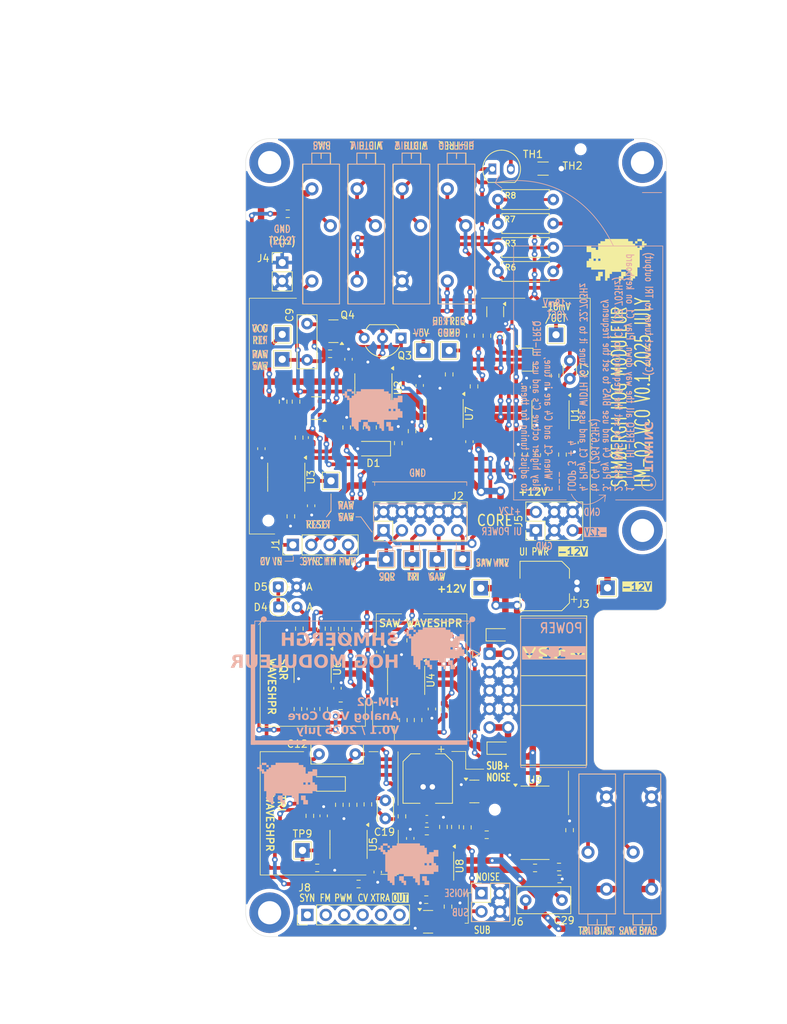
<source format=kicad_pcb>
(kicad_pcb (version 20241229) (generator "pcbnew") (generator_version "9.0")
  (layers (0 "F.Cu" signal) (2 "B.Cu" signal) (13 "F.Paste" user) (15 "B.Paste" user) (5 "F.SilkS" user "F.Silkscreen") (7 "B.SilkS" user "B.Silkscreen") (1 "F.Mask" user) (3 "B.Mask" user) (25 "Edge.Cuts" user))
  (net 0 "")
  (net 1 "GND")
  (net 2 "+12V")
  (net 3 "-12V")
  (net 4 "Net-(C7-Pad2)")
  (net 5 "CV")
  (net 6 "Net-(C8-Pad2)")
  (net 7 "/Raw oscillator/I_REF")
  (net 8 "Net-(Q1B-C2)")
  (net 9 "RAW_SAW")
  (net 10 "Net-(Q3-G)")
  (net 11 "Net-(U3-+)")
  (net 12 "Net-(C11-Pad1)")
  (net 13 "Net-(D1-K)")
  (net 14 "SAW_INV")
  (net 15 "Net-(D2-K)")
  (net 16 "TRI")
  (net 17 "Net-(U5A--)")
  (net 18 "Net-(U6B--)")
  (net 19 "SQR")
  (net 20 "SAW")
  (net 21 "Net-(D4-A)")
  (net 22 "Net-(D4-K)")
  (net 23 "FM")
  (net 24 "SQR_SHAPE")
  (net 25 "HARD_SYNC")
  (net 26 "Net-(Q1A-B1)")
  (net 27 "Net-(Q1A-E1)")
  (net 28 "Net-(Q2-E)")
  (net 29 "/Raw oscillator/HI_FREQ_COMP")
  (net 30 "Net-(Q2-B)")
  (net 31 "Net-(Q5-B)")
  (net 32 "Net-(Q5-C)")
  (net 33 "Net-(R1-Pad1)")
  (net 34 "Net-(R3-Pad2)")
  (net 35 "Net-(R6-Pad2)")
  (net 36 "Net-(R8-Pad2)")
  (net 37 "Net-(R12-Pad2)")
  (net 38 "Net-(U2B--)")
  (net 39 "Net-(U4A--)")
  (net 40 "Net-(R24-Pad2)")
  (net 41 "Net-(R28-Pad2)")
  (net 42 "Net-(U4B--)")
  (net 43 "Net-(R32-Pad2)")
  (net 44 "Net-(U6A-+)")
  (net 45 "Net-(R35-Pad1)")
  (net 46 "Net-(U7A--)")
  (net 47 "-5V")
  (net 48 "Net-(U3-BAL)")
  (net 49 "Net-(U7B--)")
  (net 50 "Net-(Q6-E)")
  (net 51 "Net-(U8A-+)")
  (net 52 "Net-(Q7-C)")
  (net 53 "Net-(Q7-B)")
  (net 54 "Net-(U8A--)")
  (net 55 "Net-(U9-Reset)")
  (net 56 "Net-(U9-Q0)")
  (net 57 "Net-(C19-Pad1)")
  (net 58 "Net-(U8B--)")
  (net 70 "NOISE")
  (net 71 "SUB")
  (net 72 "Net-(C20-Pad2)")
  (net 74 "Net-(R30-Pad1)")
  (net 75 "Net-(R43-Pad2)")
  (net 76 "Net-(U8B-+)")
  (net 77 "Net-(C29-Pad1)")
  (net 78 "Net-(D6-A)")
  (net 79 "Net-(D7-K)")
  (footprint "Potentiometer_THT:Potentiometer_Bourns_3006P_Horizontal" (layer "F.Cu") (at 139.355053 63.628185 -90)
    (property "Reference" "R_WIDTH1")
    (property "Value" "See t.comp. table")
  )
  (footprint "Resistor_SMD:R_0603_1608Metric" (layer "F.Cu") (at 131.368 85.2105 90)
    (property "Reference" "R19")
    (property "Value" "330k")
  )
  (footprint "Resistor_SMD:R_0603_1608Metric" (layer "F.Cu") (at 137.096 122.174)
    (property "Reference" "R53")
    (property "Value" "1k")
  )
  (footprint "Resistor_SMD:R_0603_1608Metric" (layer "F.Cu") (at 152.053 76.49972 -90)
    (property "Reference" "R39")
    (property "Value" "240k")
  )
  (footprint "Potentiometer_THT:Potentiometer_Bourns_3006P_Horizontal" (layer "F.Cu") (at 151.801053 63.628185 -90)
    (property "Reference" "R_HIFREQ1")
    (property "Value" "2k (prec)")
  )
  (footprint "Capacitor_SMD:C_0603_1608Metric" (layer "F.Cu") (at 147.989 78.02372 -90)
    (property "Reference" "C22")
    (property "Value" "100n")
  )
  (footprint "Resistor_SMD:R_1206_3216Metric_Pad1.30x1.75mm_HandSolder" (layer "F.Cu") (at 164.999 48.133)
    (property "Reference" "TH2")
    (property "Value" "PTS120602B100RP100")
  )
  (footprint "Resistor_SMD:R_0603_1608Metric" (layer "F.Cu") (at 155.482 78.15072 -90)
    (property "Reference" "R40")
    (property "Value" "100k")
  )
  (footprint "Capacitor_SMD:C_0603_1608Metric" (layer "F.Cu") (at 169.325 85.89072 -90)
    (property "Reference" "C5")
    (property "Value" "100n")
  )
  (footprint "Potentiometer_THT:Potentiometer_Bourns_3006P_Horizontal" (layer "F.Cu") (at 133.132053 63.628185 -90)
    (property "Reference" "R_BIAS1")
    (property "Value" "100k (prec)")
  )
  (footprint "Package_SO:SOIC-8_3.9x4.9mm_P1.27mm" (layer "F.Cu") (at 150.114 144.272 -90)
    (property "Reference" "U8")
    (property "Value" "TL072")
  )
  (footprint "Resistor_SMD:R_0603_1608Metric" (layer "F.Cu") (at 129.794 54.356 180)
    (property "Reference" "R1")
    (property "Value" "100k")
  )
  (footprint "Resistor_SMD:R_0603_1608Metric" (layer "F.Cu") (at 129.159 80.2575 -90)
    (property "Reference" "R18")
    (property "Value" "100k")
  )
  (footprint "Resistor_SMD:R_0603_1608Metric" (layer "F.Cu") (at 147.766 124.142 -90)
    (property "Reference" "R30")
    (property "Value" "100k")
  )
  (footprint "Resistor_SMD:R_0603_1608Metric" (layer "F.Cu") (at 163.894 144.526)
    (property "Reference" "R45")
    (property "Value" "47k")
  )
  (footprint "Resistor_SMD:R_0603_1608Metric" (layer "F.Cu") (at 163.384778 87.54172 90)
    (property "Reference" "R4")
    (property "Value" "1M")
  )
  (footprint "Resistor_SMD:R_0603_1608Metric" (layer "F.Cu") (at 148.401 113.093 90)
    (property "Reference" "R26")
    (property "Value" "27k")
  )
  (footprint "Resistor_SMD:R_0603_1608Metric" (layer "F.Cu") (at 167.674 87.54872 90)
    (property "Reference" "R9")
    (property "Value" "1.5k")
  )
  (footprint "Package_SO:SOIC-8_3.9x4.9mm_P1.27mm" (layer "F.Cu") (at 151.418 81.89572 -90)
    (property "Reference" "U7")
    (property "Value" "TL072")
  )
  (footprint "Connector_PinHeader_2.54mm:PinHeader_1x06_P2.54mm_Vertical" (layer "F.Cu") (at 132.5 151 90)
    (property "Reference" "J8")
    (property "Value" "Conn_01x06")
  )
  (footprint "Package_SO:SOIC-8_3.9x4.9mm_P1.27mm" (layer "F.Cu") (at 133.223 117.03 -90)
    (property "Reference" "U6")
    (property "Value" "TL072")
  )
  (footprint "Resistor_SMD:R_0603_1608Metric" (layer "F.Cu") (at 151.892 149.86 90)
    (property "Reference" "R55")
    (property "Value" "1k")
  )
  (footprint "Resistor_SMD:R_0603_1608Metric" (layer "F.Cu") (at 145.542 137.414 90)
    (property "Reference" "R52")
    (property "Value" "1k")
  )
  (footprint "Resistor_SMD:R_0603_1608Metric" (layer "F.Cu") (at 148.892 148.902)
    (property "Reference" "R56")
    (property "Value" "220k")
  )
  (footprint "Connector_PinHeader_2.54mm:PinHeader_2x03_P2.54mm_Vertical" (layer "F.Cu") (at 164 98 90)
    (property "Reference" "J5")
    (property "Value" "Conn_02x03_Odd_Even")
  )
  (footprint "Shmoergh_Custom_Footprints:R_Axial_DIN0207_L6.3mm_D2.5mm_P7.62mm_Horizontal" (layer "F.Cu") (at 158.776 62.3065)
    (property "Reference" "R6")
    (property "Value" "See t.comp. table")
  )
  (footprint "Resistor_SMD:R_0603_1608Metric" (layer "F.Cu") (at 139.557 146.743 180)
    (property "Reference" "R44")
    (property "Value" "220k")
  )
  (footprint "Resistor_SMD:R_0603_1608Metric" (layer "F.Cu") (at 134.747 122.618 -90)
    (property "Reference" "R38")
    (property "Value" "100k")
  )
  (footprint "Package_SO:SOIC-8_3.9x4.9mm_P1.27mm" (layer "F.Cu") (at 138.176 141.287 -90)
    (property "Reference" "U5")
    (property "Value" "TL072")
  )
  (footprint "MountingHole:MountingHole_3.2mm_M3_DIN965_Pad" (layer "F.Cu") (at 178.7 98)
    (property "Reference" "H2")
    (property "Value" "MountingHole")
  )
  (footprint "Resistor_SMD:R_0603_1608Metric" (layer "F.Cu") (at 148.971 139.446)
    (property "Reference" "R57")
    (property "Value" "100k")
  )
  (footprint "Capacitor_SMD:C_0603_1608Metric" (layer "F.Cu") (at 134.747 137.35 -90)
    (property "Reference" "C16")
    (property "Value" "100n")
  )
  (footprint "Capacitor_SMD:C_0603_1608Metric" (layer "F.Cu") (at 143.256 83.8265 -90)
    (property "Reference" "C11")
    (property "Value" "47p")
  )
  (footprint "Resistor_SMD:R_0603_1608Metric" (layer "F.Cu") (at 139.7 83.8135 90)
    (property "Reference" "R14")
    (property "Value" "10k")
  )
  (footprint "Package_TO_SOT_SMD:SOT-23" (layer "F.Cu") (at 155.5265 133.985)
    (property "Reference" "Q6")
    (property "Value" "BC847")
  )
  (footprint "Resistor_SMD:R_0603_1608Metric" (layer "F.Cu") (at 134.4422 111.5436 90)
    (property "Reference" "R34")
    (property "Value" "220k")
  )
  (footprint "Diode_THT:D_DO-34_SOD68_P2.54mm_Vertical_AnodeUp" (layer "F.Cu") (at 128.49153 105.791)
    (property "Reference" "D5")
    (property "Value" "5.1V")
  )
  (footprint "Package_SO:SOIC-8_3.9x4.9mm_P1.27mm" (layer "F.Cu") (at 166.023 82.06772 -90)
    (property "Reference" "U1")
    (property "Value" "TL072")
  )
  (footprint "Package_SO:SOIC-16_3.9x9.9mm_P1.27mm" (layer "F.Cu") (at 163.892 138.303)
    (property "Reference" "U9")
    (property "Value" "CD4040BM96")
  )
  (footprint "Diode_SMD:D_SOD-323" (layer "F.Cu") (at 158.877 128.016)
    (property "Reference" "D6")
    (property "Value" "1N5817")
  )
  (footprint "Capacitor_SMD:C_0603_1608Metric" (layer "F.Cu") (at 136.652 119.761 90)
    (property "Reference" "C13")
    (property "Value" "100n")
  )
  (footprint "Resistor_SMD:R_0603_1608Metric" (layer "F.Cu") (at 167.196 144.399)
    (property "Reference" "R47")
    (property "Value" "10k")
  )
  (footprint "Capacitor_SMD:C_0603_1608Metric" (layer "F.Cu") (at 133.146 85.2105 90)
    (property "Reference" "C10")
    (property "Value" "22p")
  )
  (footprint "Diode_SMD:D_SOD-123" (layer "F.Cu") (at 129.921 132.905)
    (property "Reference" "D3")
    (property "Value" "1N4148")
  )
  (footprint "Capacitor_SMD:C_0603_1608Metric" (layer "F.Cu") (at 149.671 122.618 -90)
    (property "Reference" "C17")
    (property "Value" "100n")
  )
  (footprint "MountingHole:MountingHole_3.2mm_M3_DIN965_Pad" (layer "F.Cu") (at 127.3 47.3)
    (property "Reference" "H1")
    (property "Value" "MountingHole")
  )
  (footprint "Resistor_SMD:R_0603_1608Metric" (layer "F.Cu") (at 167.259 146.05 180)
    (property "Reference" "R48")
    (property "Value" "56k")
  )
  (footprint "Shmoergh_Custom_Footprints:R_Axial_DIN0207_L6.3mm_D2.5mm_P7.62mm_Horizontal" (layer "F.Cu") (at 158.776 52.4005)
    (property "Reference" "R8")
    (property "Value" "See t.comp. table")
  )
  (footprint "Resistor_SMD:R_0603_1608Metric" (layer "F.Cu") (at 159.038 71.16572 90)
    (property "Reference" "R10")
    (property "Value" "1M")
  )
  (footprint "Resistor_SMD:R_0603_1608Metric" (layer "F.Cu") (at 157.226 139.954 180)
    (property "Reference" "R41")
    (property "Value" "100k")
  )
  (footprint "Package_TO_SOT_SMD:SOT-363_SC-70-6" (layer "F.Cu") (at 158.403 67.86372 -90)
    (property "Reference" "Q1")
    (property "Value" "BC847BS")
  )
  (footprint "Connector_PinHeader_2.54mm:PinHeader_2x05_P2.54mm_Vertical" (layer "F.Cu") (at 143 98 90)
    (property "Reference" "J2")
    (property "Value" "Conn_02x05_Odd_Even")
  )
  (footprint "Resistor_SMD:R_0603_1608Metric" (layer "F.Cu") (at 154.559 138.938 -90)
    (property "Reference" "R54")
    (property "Value" "1k")
  )
  (footprint "Capacitor_THT:C_Rect_L7.2mm_W3.5mm_P5.00mm_FKS2_FKP2_MKS2_MKP2" (layer "F.Cu") (at 167.6 148.971 180)
    (property "Reference" "C29")
    (property "Value" "470n")
  )
  (footprint "Resistor_SMD:R_0603_1608Metric" (layer "F.Cu") (at 146.939 84.3215 90)
    (property "Reference" "R22")
    (property "Value" "47k")
  )
  (footprint "Resistor_SMD:R_0603_1608Metric" (layer "F.Cu") (at 168.656 139.319 90)
    (property "Reference" "R46")
    (property "Value" "47k")
  )
  (footprint "Capacitor_SMD:C_0603_1608Metric" (layer "F.Cu") (at 148.971 137.795 180)
    (property "Reference" "C28")
    (property "Value" "1u")
  )
  (footprint "Resistor_SMD:R_0603_1608Metric" (layer "F.Cu") (at 166.658 76.66972 90)
    (property "Reference" "R2")
    (property "Value" "150k")
  )
  (footprint "Capacitor_SMD:C_0603_1608Metric" (layer "F.Cu") (at 145.034 82.2895 -90)
    (property "Reference" "C3")
    (property "Value" "100n")
  )
  (footprint "MountingHole:ToolingHole_1.152mm" (layer "F.Cu") (at 127.127 96.647)
    (property "Reference" "REF**" (hide yes))
    (property "Value" "ToolingHole_1.152mm")
  )
  (footprint "Package_TO_SOT_SMD:SOT-23_Handsoldering" (layer "F.Cu") (at 162.848 74.46772)
    (property "Reference" "Q2")
    (property "Value" "MMBT3906")
  )
  (footprint "Package_SO:SOIC-8_3.9x4.9mm_P1.27mm" (layer "F.Cu") (at 141.605 78.3525 -90)
    (property "Reference" "U2")
    (property "Value" "TL072")
  )
  (footprint "TestPoint:TestPoint_THTPad_2.0x2.0mm_Drill1.0mm" (layer "F.Cu") (at 129.032 74.4155)
    (property "Reference" "TP3")
    (property "Value" "RAW_SAW")
  )
  (footprint "TestPoint:TestPoint_THTPad_2.0x2.0mm_Drill1.0mm" (layer "F.Cu") (at 166.785 71.03872)
    (property "Reference" "TP1")
    (property "Value" "-18mV/V")
  )
  (footprint "Resistor_SMD:R_0603_1608Metric" (layer "F.Cu") (at 151.384 122.682 90)
    (property "Reference" "R50")
    (property "Value" "1k")
  )
  (footprint "Capacitor_SMD:C_0603_1608Metric" (layer "F.Cu") (at 146.685 140.462 -90)
    (property "Reference" "C27")
    (property "Value" "100n")
  )
  (footprint "Potentiometer_THT:Potentiometer_Bourns_3006P_Horizontal" (layer "F.Cu") (at 173.736 134.748327 90)
    (property "Reference" "RV_TRI_BIAS1")
    (property "Value" "100k (prec)")
  )
  (footprint "Resistor_SMD:R_0603_1608Metric" (layer "F.Cu") (at 131.3942 111.5436 90)
    (property "Reference" "R32")
    (property "Value" "47k")
  )
  (footprint "Resistor_SMD:R_0603_1608Metric" (layer "F.Cu") (at 161.606778 87.54172 -90)
    (property "Reference" "R5")
    (property "Value" "100k")
  )
  (footprint "TestPoint:TestPoint_THTPad_2.0x2.0mm_Drill1.0mm" (layer "F.Cu") (at 129.032 70.9865)
    (property "Reference" "TP4")
    (property "Value" "VCOVREF")
  )
  (footprint "Diode_THT:D_DO-34_SOD68_P2.54mm_Vertical_AnodeUp" (layer "F.Cu") (at 128.54233 108.5464)
    (property "Reference" "D4")
    (property "Value" "5.1V")
  )
  (footprint "Capacitor_SMD:C_0603_1608Metric" (layer "F.Cu") (at 129.667 113.093 -90)
    (property "Reference" "C14")
    (property "Value" "100n")
  )
  (footprint "Resistor_SMD:R_0603_1608Metric" (layer "F.Cu") (at 152.908 138.875 -90)
    (property "Reference" "R43")
    (property "Value" "100k")
  )
  (footprint "Capacitor_SMD:C_0603_1608Metric" (layer "F.Cu") (at 142.2 145.097 -90)
    (property "Reference" "C15")
    (property "Value" "100n")
  )
  (footprint "TestPoint:TestPoint_THTPad_2.0x2.0mm_Drill1.0mm" (layer "F.Cu") (at 146.939 101.992)
    (property "Reference" "TP8")
    (property "Value" "TRI")
  )
  (footprint "Resistor_SMD:R_0603_1608Metric" (layer "F.Cu") (at 137.922 83.8135 90)
    (property "Reference" "R13")
    (property "Value" "1M")
  )
  (footprint "Connector_PinHeader_2.54mm:PinHeader_1x02_P2.54mm_Vertical" (layer "F.Cu") (at 129.032 61.087)
    (property "Reference" "J4")
    (property "Value" "Conn_01x02")
  )
  (footprint "Capacitor_THT:C_Rect_L7.2mm_W2.5mm_P5.00mm_FKS2_FKP2_MKS2_MKP2" (layer "F.Cu") (at 132.461 69.5025 -90)
    (property "Reference" "C9")
    (property "Value" "2.2nF (foil)")
  )
  (footprint "Connector_PinHeader_2.54mm:PinHeader_2x02_P2.54mm_Vertical" (layer "F.Cu") (at 156.5 148)
    (property "Reference" "J6")
    (property "Value" "Conn_02x02_Counter_Clockwise")
  )
  (footprint "Capacitor_SMD:C_0603_1608Metric" (layer "F.Cu") (at 138.176 74.4155 -90)
    (property "Reference" "C4")
    (property "Value" "100n")
  )
  (footprint "Diode_SMD:D_SOD-123" (layer "F.Cu") (at 135.382 132.953 180)
    (property "Reference" "D2")
    (property "Value" "1N4148")
  )
  (footprint "Shmoergh_Logo:Gyeszno" (layer "F.Cu") (at 175.133 60.706)
    (property "Reference" "G***" (hide yes))
    (property "Value" "LOGO" (hide yes))
  )
  (footprint "Capacitor_THT:C_Disc_D3.0mm_W2.0mm_P2.50mm" (layer "F.Cu") (at 143.256 137.711 90)
    (property "Reference" "C19")
    (property "Value" "22p")
  )
  (footprint "Package_SO:SOIC-8_3.9x4.9mm_P1.27mm" (layer "F.Cu") (at 146.115 118.681 -90)
    (property "Reference" "U4")
    (property "Value" "TL072")
  )
  (footprint "Capacitor_THT:C_Disc_D3.0mm_W1.6mm_P2.50mm" (layer "F.Cu") (at 168.69 74.59472 -90)
    (property "Reference" "C7")
    (property "Value" "100p-1n")
  )
  (footprint "Capacitor_SMD:C_0603_1608Metric" (layer "F.Cu") (at 154.847 85.77072 -90)
    (property "Reference" "C21")
    (property "Value" "100n")
  )
  (footprint "Resistor_SMD:R_0603_1608Metric" (layer "F.Cu") (at 140.843 135.763 90)
    (property "Reference" "R31")
    (property "Value" "220k")
  )
  (footprint "Resistor_SMD:R_0603_1608Metric" (layer "F.Cu") (at 150.179 113.093 -90)
    (property "Reference" "R24")
    (property "Value" "15k")
  )
  (footprint "Resistor_SMD:R_0603_1608Metric" (layer "F.Cu") (at 136.271 111.569 90)
    (property "Reference" "R35")
    (property "Value" "2.2M")
  )
  (footprint "TestPoint:TestPoint_THTPad_2.0x2.0mm_Drill1.0mm" (layer "F.Cu") (at 148.497 73.19772)
    (property "Reference" "TP11")
    (property "Value" "-5V")
  )
  (footprint "Resistor_SMD:R_0603_1608Metric" (layer "F.Cu") (at 154.974 71.16572 90)
    (property "Reference" "R12")
    (property "Value" "510")
  )
  (footprint "Package_TO_SOT_SMD:SOT-23" (layer "F.Cu") (at 149.146 151.95)
    (property "Reference" "Q7")
    (property "Value" "MMBT5551")
  )
  (footprint "Capacitor_THT:C_Rect_L7.0mm_W2.5mm_P5.00mm" (layer "F.Cu") (at 134.112 128.836)
    (property "Reference" "C12")
    (property "Value" "10p-100p")
  )
  (footprint "TestPoint:TestPoint_THTPad_2.0x2.0mm_Drill1.0mm" (layer "F.Cu") (at 156.4132 105.9688)
    (property "Reference" "TP12")
    (property "Value" "12V")
  )
  (footprint "Capacitor_SMD:C_0603_1608Metric" (layer "F.Cu") (at 165.162778 87.54172 -90)
    (property "Reference" "C8")
    (property "Value" "100p")
  )
  (footprint "Capacitor_SMD:C_0603_1608Metric" (layer "F.Cu") (at 126.161 86.7345 90)
    (property "Reference" "C2")
    (property "Value" "100n")
  )
  (footprint "Capacitor_SMD:C_0603_1608Metric" (layer "F.Cu") (at 153.543 148.082 -90)
    (property "Reference" "C26")
    (property "Value" "100n")
  )
  (footprint "Resistor_SMD:R_0603_1608Metric" (layer "F.Cu") (at 145.034 85.9725 90)
    (property "Reference" "R21")
    (property "Value" "100k")
  )
  (footprint "Diode_SMD:D_SOD-123" (layer "F.Cu") (at 141.605 86.7345 180)
    (property "Reference" "D1")
    (property "Value" "1N4148")
  )
  (footprint "Package_SO:SOIC-8_3.9x4.9mm_P1.27mm" (layer "F.Cu") (at 129.59 90.6715 -90)
    (property "Reference" "U3")
    (property "Value" "LM311")
  )
  (footprint "Package_TO_SOT_SMD:SOT-23" (layer "F.Cu") (at 136.0955 70.5445 180)
    (property "Reference" "Q4")
    (property "Value" "MMBFJ111")
  )
  (footprint "Potentiometer_THT:Potentiometer_Bourns_3006P_Horizontal" (layer "F.Cu") (at 179.959 134.739327 90)
    (property "Reference" "RV_SAW_BIAS1")
    (property "Value" "10k (prec)")
  )
  (footprint "MountingHole:MountingHole_3.2mm_M3_DIN965_Pad" (layer "F.Cu") (at 178.7 47.3)
    (property "Reference" "H4")
    (property "Value" "MountingHole")
  )
  (footprint "TestPoint:TestPoint_THTPad_2.0x2.0mm_Drill1.0mm" (layer "F.Cu") (at 153.924 101.952)
    (property "Reference" "TP6")
    (property "Value" "SAWInv")
  )
  (footprint "Resistor_SMD:R_0603_1608Metric" (layer "F.Cu") (at 146.75 113.157 90)
    (property "Reference" "R23")
    (property "Value" "15k")
  )
  (footprint "TestPoint:TestPoint_THTPad_2.0x2.0mm_Drill1.0mm" (layer "F.Cu") (at 173.8884 105.918)
    (property "Reference" "TP13")
    (property "Value" "-12V")
  )
  (footprint "MountingHole:ToolingHole_1.152mm" (layer "F.Cu") (at 170.18 45.466)
    (property "Reference" "REF**" (hide yes))
    (property "Value" "ToolingHole_1.152mm")
  )
  (footprint "TestPoint:TestPoint_THTPad_2.0x2.0mm_Drill1.0mm" (layer "F.Cu") (at 135.763 91.1795)
    (property "Reference" "TP5")
    (property "Value" "Reset OUT")
  )
  (footprint "Resistor_SMD:R_0603_1608Metric" (layer "F.Cu") (at 141.478 83.8135 -90)
    (property "Reference" "R15")
    (property "Value" "100k")
  )
  (footprint "Shmoergh_Custom_Footprints:R_Axial_DIN0207_L6.3mm_D2.5mm_P7.62mm_Horizontal" (layer "F.Cu") (at 158.776 59.0045)
    (property "Reference" "R3")
    (property "Value" "See t.comp. table")
  )
  (footprint "Connector_IDC:IDC-Header_2x05_P2.54mm_Horizontal" (layer "F.Cu") (at 157.6245 115)
    (property "Reference" "J3")
    (property "Value" "Conn_02x05_Odd_Even")
  )
  (footprint "Resistor_SMD:R_0603_1608Metric" (layer "F.Cu") (at 130.937 80.2575 90)
    (property "Reference" "R17")
    (property "Value" "150k")
  )
  (footprint "MountingHole:ToolingHole_1.152mm" (layer "F.Cu") (at 158.3436 136.4996)
    (property "Reference" "REF**" (hide yes))
    (property "Value" "ToolingHole_1.152mm")
  )
  (footprint "Resistor_SMD:R_0603_1608Metric" (layer "F.Cu") (at 133.858 144.526 180)
    (property "Reference" "R37")
    (property "Value" "100k")
  )
  (footprint "Capacitor_SMD:C_0603_1608Metric" (layer "F.Cu") (at 142.559 114.744 -90)
    (property "Reference" "C18")
    (property "Value" "100n")
  )
  (footprint "TestPoint:TestPoint_THTPad_2.0x2.0mm_Drill1.0mm" (layer "F.Cu") (at 152.053 73.19772)
    (property "Reference" "TP2")
    (property "Value" "HiFreq")
  )
  (footprint "TestPoint:TestPoint_THTPad_2.0x2.0mm_Drill1.0mm" (layer "F.Cu") (at 131.826 142.113)
    (property "Reference" "TP9")
    (property "Value" "PW")
  )
  (footprint "Capacitor_SMD:C_0603_1608Metric" (layer "F.Cu") (at 162.721 78.27072 -90)
    (property "Reference" "C6")
    (property "Value" "100n")
  )
  (footprint "Resistor_SMD:R_0603_1608Metric" (layer "F.Cu") (at 131.191 122.618 -90)
    (property "Reference" "R36")
    (property "Value" "240k")
  )
  (footprint "Capacitor_SMD:CP_Elec_6.3x7.7" (layer "F.Cu") (at 165.227 105.664 180)
    (property "Reference" "C24")
    (property "Value" "100u")
  )
  (footprint "Resistor_SMD:R_0603_1608Metric" (layer "F.Cu") (at 135.636 73.6535)
    (property "Reference" "R16")
    (property "Value" "22k")
  )
  (footprint "Package_TO_SOT_SMD:SOT-23" (layer "F.Cu") (at 133.731 81.1465 180)
    (property "Reference" "Q5")
    (property "Value" "MMBT5551")
  )
  (footprint "Capacitor_SMD:CP_Elec_6.3x7.7" (layer "F.Cu") (at 149.098 132.207 -90)
    (property "Reference" "C23")
    (property "Value" "100u")
  )
  (footprint "TestPoint:TestPoint_THTPad_2.0x2.0mm_Drill1.0mm" (layer "F.Cu") (at 150.368 101.992)
    (property "Reference" "TP7")
    (property "Value" "SAW")
  )
  (footprint "MountingHole:MountingHole_3.2mm_M3_DIN965_Pad" (layer "F.Cu") (at 127.3 150.7)
    (property "Reference" "H3")
    (property "Value" "MountingHole")
  )
  (footprint "Shmoergh_Custom_Footprints:R_Axial_DIN0207_L6.3mm_D2.5mm_P7.62mm_Horizontal" (layer "F.Cu") (at 166.396 55.7025 180)
    (property "Reference" "R7")
    (property "Value" "See t.comp. table")
  )
  (footprint "Capacitor_SMD:C_0603_1608Metric" (layer "F.Cu") (at 133.019 94.6085 -90)
    (property "Reference" "C1")
    (property "Value" "100n")
  )
  (footprint "Resistor_SMD:R_0603_1608Metric" (layer "F.Cu") (at 136.906 135.826 90)
    (property "Reference" "R27")
    (property "Value" "100k")
  )
  (footprint "Connector_PinHeader_2.54mm:PinHeader_1x04_P2.54mm_Vertical" (layer "F.Cu") (at 130.5 100 90)
    (property "Reference" "J1")
    (property "Value" "Conn_01x04")
  )
  (footprint "Capacitor_SMD:C_0603_1608Metric" (layer "F.Cu") (at 132.969 122.618 90)
    (property "Reference" "C20")
    (property "Value" "33p")
  )
  (footprint "Resistor_SMD:R_0603_1608Metric" (layer "F.Cu") (at 157.26 71.16572 -90)
    (property "Reference" "R11")
    (property "Value" "1.5k")
  )
  (footprint "Diode_SMD:D_SOD-323" (layer "F.Cu") (at 158.75 112.395)
    (property "Reference" "D7")
    (property "Value" "1N5817")
  )
  (footprint "Package_TO_SOT_THT:TO-92-2" (layer "F.Cu") (at 158.014 48.1885)
    (property "Reference" "TH1")
    (property "Value" "See t.comp. table")
  )
  (footprint "Resistor_SMD:R_0603_1608Metric" (layer "F.Cu") (at 132.842 137.35 -90)
    (property "Reference" "R25")
    (property "Value" "100k")
  )
  (footprint "Resistor_SMD:R_0603_1608Metric" (layer "F.Cu") (at 138.0998 111.5944 90)
    (property "Reference" "R33")
    (property "Value" "2.2k")
  )
  (footprint "Resistor_SMD:R_0603_1608Metric" (layer "F.Cu") (at 151.257 138.874 -90)
    (property "Reference" "R42")
    (property "Value" "680")
  )
  (footprint "Resistor_SMD:R_0603_1608Metric" (layer "F.Cu") (at 145.734 124.142 -90)
    (property "Reference" "R29")
    (property "Value" "100k")
  )
  (footprint "Resistor_SMD:R_0603_1608Metric" (layer "F.Cu") (at 138.811 135.826 90)
    (property "Reference" "R28")
    (property "Value" "100k")
  )
  (footprint "Package_TO_SOT_THT:TO-92_Inline_Wide" (layer "F.Cu") (at 145.415 71.4945 180)
    (property "Reference" "Q3")
    (property "Value" "J111")
  )
  (footprint "Potentiometer_THT:Potentiometer_Bourns_3006P_Horizontal" (layer "F.Cu") (at 145.578053 63.628185 -90)
    (property "Reference" "R_WIDTH2")
    (property "Value" "See t.comp. table")
  )
  (footprint "TestPoint:TestPoint_THTPad_2.0x2.0mm_Drill1.0mm" (layer "F.Cu") (at 143.383 101.992)
    (property "Reference" "TP10")
    (property "Value" "SQR")
  )
  (footprint "Resistor_SMD:R_0603_1608Metric" (layer "F.Cu") (at 130.225 96.0685 -90)
    (property "Reference" "R20")
    (property "Value" "2.2k")
  )
  (footprint "Shmoergh_Logo:Gyeszno" (layer "B.Cu") (at 141.478 81.407 180)
    (property "Reference" "G***" (hide yes))
    (property "Value" "LOGO" (hide yes))
  )
  (footprint "Shmoergh_Logo:Gyeszno" (layer "B.Cu") (at 146.431 144.018 180)
    (property "Reference" "G***" (hide yes))
    (property "Value" "LOGO" (hide yes))
  )
  (footprint "Shmoergh_Logo:Gyeszno" (layer "B.Cu") (at 150 114.267 180)
    (property "Reference" "G***" (hide yes))
    (property "Value" "LOGO" (hide yes))
  )
  (footprint "Shmoergh_Logo:Gyeszno" (layer "B.Cu") (at 129.715 132.9 180)
    (property "Reference" "G***" (hide yes))
    (property "Value" "LOGO" (hide yes))
  )
  (gr_line (start 126 128.5) (end 126 145.5) (stroke (width 0.1)) (layer "F.SilkS"))
  (gr_line (start 139.875295 96.139) (end 141.399 98.2) (stroke (width 0.1)) (layer "F.SilkS"))
  (gr_line (start 126 125) (end 126 110.5) (stroke (width 0.1)) (layer "F.SilkS"))
  (gr_line (start 139.192 96.139) (end 139.875295 96.139) (stroke (width 0.1)) (layer "F.SilkS"))
  (gr_line (start 140.5 125) (end 140.5 121.5) (stroke (width 0.1)) (layer "F.SilkS"))
  (gr_line (start 154.686 152.146) (end 154.686 147.955) (stroke (width 0.1)) (layer "F.SilkS"))
  (gr_line (start 154.3304 128.4732) (end 154.3304 130.9116) (stroke (width 0.1)) (layer "F.SilkS"))
  (gr_line (start 141.478 91.313) (end 154.432 91.313) (stroke (width 0.1)) (layer "F.SilkS"))
  (gr_line (start 168.5036 131.1656) (end 168.5036 137.2108) (stroke (width 0.1)) (layer "F.SilkS"))
  (gr_line (start 128 98.5) (end 124.5 98.5) (stroke (width 0.1)) (layer "F.SilkS"))
  (gr_line (start 135.763 95.377) (end 135.128 96.139) (stroke (width 0.1)) (layer "F.SilkS"))
  (gr_line (start 144.5 125) (end 144.5 127) (stroke (width 0.1)) (layer "F.SilkS"))
  (gr_line (start 124.5 66) (end 131 66) (stroke (width 0.1)) (layer "F.SilkS"))
  (gr_line (start 152.4 128.4732) (end 154.3304 128.4732) (stroke (width 0.1)) (layer "F.SilkS"))
  (gr_line (start 154.686 152.146) (end 154.2288 152.146) (stroke (width 0.1)) (layer "F.SilkS"))
  (gr_line (start 171.5 66) (end 171.5 98.5) (stroke (width 0.1)) (layer "F.SilkS"))
  (gr_line (start 145.034 145.415) (end 142.621 145.415) (stroke (width 0.1)) (layer "F.SilkS"))
  (gr_line (start 154.5 109.5) (end 148.5 109.5) (stroke (width 0.1)) (layer "F.SilkS"))
  (gr_line (start 144.5 127) (end 154.5 127) (stroke (width 0.1)) (layer "F.SilkS"))
  (gr_line (start 145.5 109.5) (end 142 109.5) (stroke (width 0.1)) (layer "F.SilkS"))
  (gr_line (start 154.5 127) (end 154.5 109.5) (stroke (width 0.1)) (layer "F.SilkS"))
  (gr_line (start 141.5 125) (end 141.5 121.5) (stroke (width 0.1)) (layer "F.SilkS"))
  (gr_line (start 126 145.5) (end 140.589 145.5) (stroke (width 0.1)) (layer "F.SilkS"))
  (gr_line (start 165 66) (end 171.5 66) (stroke (width 0.1)) (layer "F.SilkS"))
  (gr_line (start 141 128.5) (end 142.25 128.5) (stroke (width 0.1)) (layer "F.SilkS"))
  (gr_line (start 142 109.5) (end 142 112.5) (stroke (width 0.1)) (layer "F.SilkS"))
  (gr_line (start 132 128.5) (end 126 128.5) (stroke (width 0.1)) (layer "F.SilkS"))
  (gr_line (start 129.413 102.235) (end 130.556 102.235) (stroke (width 0.1)) (layer "F.SilkS"))
  (gr_line (start 135.763 92.964) (end 135.763 95.377) (stroke (width 0.1)) (layer "F.SilkS"))
  (gr_line (start 137.5 125) (end 140.5 125) (stroke (width 0.1)) (layer "F.SilkS"))
  (gr_line (start 130.556 102.235) (end 130.556 101.6) (stroke (width 0.1)) (layer "F.SilkS"))
  (gr_line (start 135 125) (end 126 125) (stroke (width 0.1)) (layer "F.SilkS"))
  (gr_line (start 145 128.5) (end 145 135.89) (stroke (width 0.1)) (layer "F.SilkS"))
  (gr_line (start 124.5 98.5) (end 124.5 66) (stroke (width 0.1)) (layer "F.SilkS"))
  (gr_line (start 156.5 66) (end 162.5 66) (stroke (width 0.1)) (layer "F.SilkS"))
  (gr_line (start 145.034 139.319) (end 145.034 145.415) (stroke (width 0.1)) (layer "F.SilkS"))
  (gr_line (start 154.988 147.955) (end 154.686 147.955) (stroke (width 0.1)) (layer "F.SilkS"))
  (gr_line (start 141.5 125) (end 144.5 125) (stroke (width 0.1)) (layer "F.SilkS"))
  (gr_line (start 154.3304 130.9116) (end 156.8196 130.9116) (stroke (width 0.1)) (layer "F.SilkS"))
  (gr_rect (start 161.925 110.109) (end 170.942 130.683) (stroke (width 0.1)) (fill no) (layer "B.SilkS"))
  (gr_line (start 125.75 111) (end 126.5 110.25) (stroke (width 0.1)) (layer "B.SilkS"))
  (gr_line (start 145.415 99.793) (end 145.415 100.174) (stroke (width 0.1)) (layer "B.SilkS"))
  (gr_line (start 154.48 91.821) (end 154.48 91.313) (stroke (width 0.1)) (layer "B.SilkS"))
  (gr_line (start 144.272 100.174) (end 144.272 100.809) (stroke (width 0.1)) (layer "B.SilkS"))
  (gr_curve (pts (xy 173.609 93.138) (xy 170.2 96.1) (xy 168.9 93) (xy 168.9 93)) (stroke (width 0.1)) (layer "B.SilkS"))
  (gr_rect (start 139.319 45.974) (end 141.859 47.498) (stroke (width 0.1)) (fill no) (layer "B.SilkS"))
  (gr_rect (start 177.419 150.876) (end 179.959 152.4) (stroke (width 0.1)) (fill no) (layer "B.SilkS"))
  (gr_line (start 158.4 50.1) (end 159.3 50.8) (stroke (width 0.1)) (layer "B.SilkS"))
  (gr_line (start 167.9 58.8) (end 181.5 58.8) (stroke (width 0.1)) (layer "B.SilkS"))
  (gr_rect (start 141.653 94.332) (end 154.48 99.539) (stroke (width 0.1)) (fill no) (layer "B.SilkS"))
  (gr_rect (start 124.75 127) (end 154.5 127.5) (stroke (width 0.1)) (fill yes) (layer "B.SilkS"))
  (gr_rect (start 151.765 45.974) (end 154.305 47.498) (stroke (width 0.1)) (fill no) (layer "B.SilkS"))
  (gr_line (start 154.5 111) (end 155.25 110.25) (stroke (width 0.1)) (layer "B.SilkS"))
  (gr_rect (start 149.225 100.809) (end 151.511 103.095) (stroke (width 0.1)) (fill no) (layer "B.SilkS"))
  (gr_rect (start 152.781 100.809) (end 155.067 103.095) (stroke (width 0.1)) (fill no) (layer "B.SilkS"))
  (gr_line (start 139.192 96.139) (end 139.875 96.139) (stroke (width 0.1)) (layer "B.SilkS"))
  (gr_rect (start 133.096 45.974) (end 135.636 47.498) (stroke (width 0.1)) (fill no) (layer "B.SilkS"))
  (gr_line (start 155.321 114.554) (end 156.337 115.062) (stroke (width 0.1)) (layer "B.SilkS"))
  (gr_rect (start 176.149 131.572) (end 181.229 150.876) (stroke (width 0.1)) (fill no) (layer "B.SilkS"))
  (gr_line (start 155.321 115.57) (end 155.321 114.554) (stroke (width 0.1)) (layer "B.SilkS"))
  (gr_line (start 160.9344 93.8) (end 160.9344 58.8) (stroke (width 0.1)) (layer "B.SilkS"))
  (gr_rect (start 144.272 47.498) (end 149.352 66.802) (stroke (width 0.1)) (fill no) (layer "B.SilkS"))
  (gr_rect (start 142.24 100.809) (end 144.526 103.095) (stroke (width 0.1)) (fill no) (layer "B.SilkS"))
  (gr_line (start 141.78 91.313) (end 141.78 91.821) (stroke (width 0.1)) (layer "B.SilkS"))
  (gr_line (start 134.366 45.974) (end 134.366 46.736) (stroke (width 0.1)) (layer "B.SilkS"))
  (gr_line (start 165.3 58.8) (end 160.9344 58.8) (stroke (width 0.1)) (layer "B.SilkS"))
  (gr_circle (center 179.943 91.741) (end 179.816 91.868) (stroke (width 0.1)) (fill yes) (layer "B.SilkS"))
  (gr_rect (start 155.1785 146.685) (end 160.3855 151.892) (stroke (width 0.1)) (fill no) (layer "B.SilkS"))
  (gr_rect (start 171.196 150.876) (end 173.736 152.4) (stroke (width 0.1)) (fill no) (layer "B.SilkS"))
  (gr_circle (center 126.5 110.25) (end 126.25 110) (stroke (width 0.1)) (fill yes) (layer "B.SilkS"))
  (gr_line (start 150.368 99.793) (end 150.368 100.809) (stroke (width 0.1)) (layer "B.SilkS"))
  (gr_rect (start 138.049 47.498) (end 143.129 66.802) (stroke (width 0.1)) (fill no) (layer "B.SilkS"))
  (gr_curve (pts (xy 174.7 58.8) (xy 169 47.2) (xy 158.4 50.1) (xy 158.4 50.1)) (stroke (width 0.1)) (layer "B.SilkS"))
  (gr_line (start 172.466 152.4) (end 172.466 151.638) (stroke (width 0.1)) (layer "B.SilkS"))
  (gr_rect (start 131.826 47.498) (end 136.906 66.802) (stroke (width 0.1)) (fill no) (layer "B.SilkS"))
  (gr_line (start 153.035 45.974) (end 153.035 46.736) (stroke (width 0.1)) (layer "B.SilkS"))
  (gr_line (start 135.763 95.25) (end 135.763 93.091) (stroke (width 0.1)) (layer "B.SilkS"))
  (gr_line (start 158.4 50.1) (end 158.9 49.1) (stroke (width 0.1)) (layer "B.SilkS"))
  (gr_circle (center 179.537902 91.487) (end 178.902902 90.725) (stroke (width 0.1)) (fill no) (layer "B.SilkS"))
  (gr_rect (start 145.542 45.974) (end 148.082 47.498) (stroke (width 0.1)) (fill no) (layer "B.SilkS"))
  (gr_line (start 153.035 99.793) (end 153.035 100.809) (stroke (width 0.1)) (layer "B.SilkS"))
  (gr_line (start 147.955 99.793) (end 147.955 100.809) (stroke (width 0.1)) (layer "B.SilkS"))
  (gr_circle (center 155.25 110.25) (end 155 110) (stroke (width 0.1)) (fill yes) (layer "B.SilkS"))
  (gr_line (start 140.589 45.974) (end 140.589 46.736) (stroke (width 0.1)) (layer "B.SilkS"))
  (gr_line (start 129.413 102.235) (end 130.556 102.235) (stroke (width 0.1)) (layer "B.SilkS"))
  (gr_rect (start 125.25 110.5) (end 155 127) (stroke (width 0.1)) (fill no) (layer "B.SilkS"))
  (gr_line (start 145.415 100.174) (end 144.272 100.174) (stroke (width 0.1)) (layer "B.SilkS"))
  (gr_line (start 181.5 58.8) (end 181.5 93.8) (stroke (width 0.1)) (layer "B.SilkS"))
  (gr_rect (start 145.796 100.809) (end 148.082 103.095) (stroke (width 0.1)) (fill no) (layer "B.SilkS"))
  (gr_line (start 130.556 102.235) (end 130.556 101.6) (stroke (width 0.1)) (layer "B.SilkS"))
  (gr_line (start 181.5 93.8) (end 175 93.8) (stroke (width 0.1)) (layer "B.SilkS"))
  (gr_line (start 178.689 152.4) (end 178.689 151.638) (stroke (width 0.1)) (layer "B.SilkS"))
  (gr_line (start 181.356 51.435) (end 178.689 51.435) (stroke (width 0.1)) (layer "B.SilkS"))
  (gr_rect (start 150.495 47.498) (end 155.575 66.802) (stroke (width 0.1)) (fill no) (layer "B.SilkS"))
  (gr_rect (start 124.75 111) (end 125.25 127.5) (stroke (width 0.1)) (fill yes) (layer "B.SilkS"))
  (gr_line (start 135.128 96.139) (end 135.763 95.25) (stroke (width 0.1)) (layer "B.SilkS"))
  (gr_line (start 173.609 93.138) (end 172.72 93.138) (stroke (width 0.1)) (layer "B.SilkS"))
  (gr_line (start 156.337 115.062) (end 155.321 115.57) (stroke (width 0.1)) (layer "B.SilkS"))
  (gr_line (start 168.1988 93.8) (end 160.9344 93.8) (stroke (width 0.1)) (layer "B.SilkS"))
  (gr_rect (start 169.926 131.572) (end 175.006 150.876) (stroke (width 0.1)) (fill no) (layer "B.SilkS"))
  (gr_line (start 146.812 45.974) (end 146.812 46.736) (stroke (width 0.1)) (layer "B.SilkS"))
  (gr_line (start 154.48 91.313) (end 141.78 91.313) (stroke (width 0.1)) (layer "B.SilkS"))
  (gr_line (start 173.609 93.138) (end 173.482 94.027) (stroke (width 0.1)) (layer "B.SilkS"))
  (gr_line (start 139.875 96.139) (end 141.399 98.229) (stroke (width 0.1)) (layer "B.SilkS"))
  (gr_line (start 173.5 109) (end 180.5 109) (stroke (width 0.05)) (layer "Edge.Cuts"))
  (gr_arc (start 178.7 44) (mid 181.033452 44.966548) (end 182 47.3) (stroke (width 0.05)) (layer "Edge.Cuts"))
  (gr_arc (start 172 110.5) (mid 172.43934 109.43934) (end 173.5 109) (stroke (width 0.05)) (layer "Edge.Cuts"))
  (gr_line (start 127.3 44) (end 178.7 44) (stroke (width 0.05)) (layer "Edge.Cuts"))
  (gr_line (start 172 129.5) (end 172 110.5) (stroke (width 0.05)) (layer "Edge.Cuts"))
  (gr_line (start 180.5 131) (end 173.5 131) (stroke (width 0.05)) (layer "Edge.Cuts"))
  (gr_arc (start 127.3 154) (mid 124.966548 153.033452) (end 124 150.7) (stroke (width 0.05)) (layer "Edge.Cuts"))
  (gr_line (start 180.5 154) (end 127.3 154) (stroke (width 0.05)) (layer "Edge.Cuts"))
  (gr_line (start 182 107.5) (end 182 47.3) (stroke (width 0.05)) (layer "Edge.Cuts"))
  (gr_arc (start 124 47.3) (mid 124.966548 44.966548) (end 127.3 44) (stroke (width 0.05)) (layer "Edge.Cuts"))
  (gr_arc (start 182 152.5) (mid 181.56066 153.56066) (end 180.5 154) (stroke (width 0.05)) (layer "Edge.Cuts"))
  (gr_line (start 124 150.7) (end 124 47.3) (stroke (width 0.05)) (layer "Edge.Cuts"))
  (gr_arc (start 180.5 131) (mid 181.56066 131.43934) (end 182 132.5) (stroke (width 0.05)) (layer "Edge.Cuts"))
  (gr_arc (start 173.5 131) (mid 172.43934 130.56066) (end 172 129.5) (stroke (width 0.05)) (layer "Edge.Cuts"))
  (gr_line (start 182 132.5) (end 182 152.5) (stroke (width 0.05)) (layer "Edge.Cuts"))
  (gr_arc (start 182 107.5) (mid 181.56066 108.56066) (end 180.5 109) (stroke (width 0.05)) (layer "Edge.Cuts"))
  (gr_text "+12V" (at 150.2664 106.6292 0) (layer "F.SilkS") (effects (font (size 1 1) (thickness 0.2) (bold yes)) (justify left bottom)))
  (gr_text "XTRA" (at 142.542 149.2576 0) (layer "F.SilkS") (effects (font (size 1 0.75) (thickness 0.15) (bold yes)) (justify bottom)))
  (gr_text "RAW\nSAW" (at 125.984 75.946 0) (layer "F.SilkS") (effects (font (size 1 0.75) (thickness 0.15) (bold yes)) (justify bottom)))
  (gr_text "NOISE" (at 157.401 146.362 0) (layer "F.SilkS") (effects (font (size 1 0.75) (thickness 0.15) (bold yes)) (justify bottom)))
  (gr_text "VCO\nREF" (at 125.984 72.39 0) (layer "F.SilkS") (effects (font (size 1 0.75) (thickness 0.15) (bold yes)) (justify bottom)))
  (gr_text "BIAS" (at 134.493 44.323 180) (layer "F.SilkS") (effects (font (size 1 0.75) (thickness 0.15) (bold yes)) (justify bottom)))
  (gr_text "RAW\nSAW" (at 139.065 96.774 0) (layer "F.SilkS") (effects (font (size 1 0.75) (thickness 0.15) (bold yes)) (justify right bottom)))
  (gr_text "SAW INV" (at 155.623 103.055 0) (layer "F.SilkS") (effects (font (size 1 0.75) (thickness 0.15) (bold yes)) (justify left bottom)))
  (gr_text "-5V" (at 148.082 71.374 0) (layer "F.SilkS") (effects (font (size 1 0.75) (thickness 0.15) (bold yes)) (justify bottom)))
  (gr_text "GND\nTP(x2)" (at 129.032 58.674 0) (layer "F.SilkS") (effects (font (size 1 0.75) (thickness 0.15) (bold yes)) (justify bottom)))
  (gr_text "SHMØERGH HOG MODULEUR\nHM-02 VCO V0.1 2025 JULY" (at 179.9 92.2 90) (layer "F.SilkS") (effects (font (size 2 1.2) (thickness 0.2) (bold yes)) (justify left bottom)))
  (gr_text "TRI" (at 146.177 105 0) (layer "F.SilkS") (effects (font (size 1 0.75) (thickness 0.15) (bold yes)) (justify left bottom)))
  (gr_text "SQR" (at 142.24 105 0) (layer "F.SilkS") (effects (font (size 1 0.75) (thickness 0.15) (bold yes)) (justify left bottom)))
  (gr_text "SYNC" (at 133.223 102.87 0) (layer "F.SilkS") (effects (font (size 1 0.75) (thickness 0.15) (bold yes)) (justify bottom)))
  (gr_text "FM" (at 134.9728 149.2576 0) (layer "F.SilkS") (effects (font (size 1 0.75) (thickness 0.15) (bold yes)) (justify bottom)))
  (gr_text "HI-FREQ" (at 153.035 44.323 180) (layer "F.SilkS") (effects (font (size 1 0.75) (thickness 0.15) (bold yes)) (justify bottom)))
  (gr_text "SYN" (at 132.4836 149.2576 0) (layer "F.SilkS") (effects (font (size 1 0.75) (thickness 0.15) (bold yes)) (justify bottom)))
  (gr_text "CV" (at 140.1544 149.2576 0) (layer "F.SilkS") (effects (font (size 1 0.75) (thickness 0.15) (bold yes)) (justify bottom)))
  (gr_text "FM" (at 135.763 102.87 0) (layer "F.SilkS") (effects (font (size 1 0.75) (thickness 0.15) (bold yes)) (justify bottom)))
  (gr_text "UI PWR" (at 163.751 101.531 0) (layer "F.SilkS") (effects (font (size 1 0.75) (thickness 0.15) (bold yes)) (justify bottom)))
  (gr_text "CV IN" (at 127.508 102.87 0) (layer "F.SilkS") (effects (font (size 1 0.75) (thickness 0.15) (bold yes)) (justify bottom)))
  (gr_text "-12V" (at 161.671 115.697 0) (layer "F.SilkS" knockout) (effects (font (size 1.25 2.25) (thickness 0.25) (bold yes)) (justify left bottom)))
  (gr_text "-18mV\n/OCT" (at 166.751 69.342 0) (layer "F.SilkS") (effects (font (size 1 0.75) (thickness 0.15) (bold yes)) (justify bottom)))
  (gr_text "SUB+\nNOISE" (at 157.0736 132.6388 0) (layer "F.SilkS") (effects (font (size 1 0.75) (thickness 0.1875) (bold yes)) (justify left bottom)))
  (gr_text "PWM" (at 138.049 102.87 0) (layer "F.SilkS") (effects (font (size 1 0.75) (thickness 0.15) (bold yes)) (justify bottom)))
  (gr_text "RESET" (at 134 97.79 0) (layer "F.SilkS") (effects (font (size 1 0.75) (thickness 0.15) (bold yes)) (justify bottom)))
  (gr_text "WIDTH 1" (at 140.589 44.323 180) (layer "F.SilkS") (effects (font (size 1 0.75) (thickness 0.15) (bold yes)) (justify bottom)))
  (gr_text "GND" (at 147.701 90.678 0) (layer "F.SilkS") (effects (font (size 1 0.75) (thickness 0.15) (bold yes)) (justify bottom)))
  (gr_text "HI FREQ\nCOMP" (at 152.019 71.374 0) (layer "F.SilkS") (effects (font (size 1 0.75) (thickness 0.15) (bold yes)) (justify bottom)))
  (gr_text "SAW" (at 149.225 105 0) (layer "F.SilkS") (effects (font (size 1 0.75) (thickness 0.15) (bold yes)) (justify left bottom)))
  (gr_text "SUB" (at 156.6164 153.67 0) (layer "F.SilkS") (effects (font (size 1 0.75) (thickness 0.15) (bold yes)) (justify bottom)))
  (gr_text "-12V" (at 166.926 101.531 0) (layer "F.SilkS" knockout) (effects (font (size 1 1) (thickness 0.2) (bold yes)) (justify left bottom)))
  (gr_text "PWM" (at 137.462 149.2576 0) (layer "F.SilkS") (effects (font (size 1 0.75) (thickness 0.15) (bold yes)) (justify bottom)))
  (gr_text "WIDTH 2" (at 146.812 44.323 180) (layer "F.SilkS") (effects (font (size 1 0.75) (thickness 0.15) (bold yes)) (justify bottom)))
  (gr_text "OUT" (at 145.2852 149.2576 0) (layer "F.SilkS" knockout) (effects (font (size 1 0.75) (thickness 0.15) (bold yes)) (justify bottom)))
  (gr_text "SAW BIAS" (at 178.054 153.797 0) (layer "F.SilkS") (effects (font (size 1 0.75) (thickness 0.15) (bold yes)) (justify bottom)))
  (gr_text "SQR\nWAVESHPR" (at 127 115.5 270) (layer "F.SilkS") (effects (font (size 1 1) (thickness 0.2) (bold yes)) (justify left bottom)))
  (gr_text "CORE" (at 155.75 97.5 0) (layer "F.SilkS") (effects (font (size 1.5 1.25) (thickness 0.2) (bold yes)) (justify left bottom)))
  (gr_text "TRI BIAS" (at 172.212 153.797 0) (layer "F.SilkS") (effects (font (size 1 0.75) (thickness 0.15) (bold yes)) (justify bottom)))
  (gr_text "-12V" (at 175.768 106.3752 0) (layer "F.SilkS" knockout) (effects (font (size 1 1) (thickness 0.2) (bold yes)) (justify left bottom)))
  (gr_text "SAW WAVESHPR" (at 142.25 111.379 0) (layer "F.SilkS") (effects (font (size 1 1) (thickness 0.2) (bold yes)) (justify left bottom)))
  (gr_text "+12V" (at 161.465 93.276 0) (layer "F.SilkS") (effects (font (size 1 1) (thickness 0.2) (bold yes)) (justify left bottom)))
  (gr_text "TRI \nWAVESHPR" (at 126.746 134.366 270) (layer "F.SilkS") (effects (font (size 1 1) (thickness 0.2) (bold yes)) (justify left bottom)))
  (gr_text "1. Turn HI-FREQ all the way down. Play C1 on keyboard\n2. Use BIAS to set the frequency to C1 (32.703Hz)\n3. Play C4 and use BIAS to set the frequency \nto C4 (261.63Hz)\n4. Play C1 and use WIDTH to tune it to 32.703Hz\nLOOP 3 + 4\n---\n5. When C1 and C4 are in tune, \nplay higher octave C's and use HI-FREQ \nto adjust tuning for them." (at 161.8996 92.71 270) (layer "B.SilkS") (effects (font (size 1 0.75) (thickness 0.15) (bold yes)) (justify left bottom mirror)))
  (gr_text "(Connect tuner to TRI output)" (at 179 76.8 270) (layer "B.SilkS") (effects (font (size 1 0.75) (thickness 0.15) (bold yes)) (justify left bottom mirror)))
  (gr_text "GND" (at 171.752 96.07 0) (layer "B.SilkS") (effects (font (size 1 0.75) (thickness 0.15) (bold yes)) (justify bottom mirror)))
  (gr_text "-18mV\n/OCT" (at 167 68.9 0) (layer "B.SilkS") (effects (font (size 1 0.75) (thickness 0.15) (bold yes)) (justify bottom mirror)))
  (gr_text "FM" (at 135.509 102.87 0) (layer "B.SilkS") (effects (font (size 1 0.75) (thickness 0.15) (bold yes)) (justify bottom mirror)))
  (gr_text "VCO\nREF" (at 125.984 72.39 0) (layer "B.SilkS") (effects (font (size 1 0.75) (thickness 0.15) (bold yes)) (justify bottom mirror)))
  (gr_text "-5V" (at 148.336 71.374 0) (layer "B.SilkS") (effects (font (size 1 0.75) (thickness 0.15) (bold yes)) (justify bottom mirror)))
  (gr_text "RAW\nSAW" (at 125.984 75.946 0) (layer "B.SilkS") (effects (font (size 1 0.75) (thickness 0.15) (bold yes)) (justify bottom mirror)))
  (gr_text "SHMØERGH \nHOG MODULEUR" (at 145.161 117.25 0) (layer "B.SilkS") (effects (font (size 1.8 1.8) (thickness 0.28) (bold yes)) (justify left bottom mirror)))
  (gr_text "+12V" (at 160.449 95.943 0) (layer "B.SilkS") (effects (font (size 1 0.75) (thickness 0.15) (bold yes)) (justify bottom mirror)))
  (gr_text "GND" (at 165.148 100.769 0) (layer "B.SilkS") (effects (font (size 1 0.75) (thickness 0.15) (bold yes)) (justify bottom mirror)))
  (gr_text "WIDTH 2" (at 146.812 44.323 180) (layer "B.SilkS") (effects (font (size 1 0.75) (thickness 0.15) (bold yes)) (justify bottom mirror)))
  (gr_text "TRI" (at 147.066 105 0) (layer "B.SilkS") (effects (font (size 1 0.75) (thickness 0.15) (bold yes)) (justify bottom mirror)))
  (gr_text "HI FREQ\nCOMP" (at 152.019 71.374 0) (layer "B.SilkS") (effects (font (size 1 0.75) (thickness 0.15) (bold yes)) (justify bottom mirror)))
  (gr_text "SAW INV" (at 158.036 103.095 0) (layer "B.SilkS") (effects (font (size 1 0.75) (thickness 0.15) (bold yes)) (justify bottom mirror)))
  (gr_text "CV IN" (at 127.508 102.87 0) (layer "B.SilkS") (effects (font (size 1 0.75) (thickness 0.15) (bold yes)) (justify bottom mirror)))
  (gr_text "WIDTH 1" (at 140.716 44.323 180) (layer "B.SilkS") (effects (font (size 1 0.75) (thickness 0.15) (bold yes)) (justify bottom mirror)))
  (gr_text "GND\nTP(x2)" (at 129.032 58.674 0) (layer "B.SilkS") (effects (font (size 1 0.75) (thickness 0.15) (bold yes)) (justify bottom mirror)))
  (gr_text "POWER" (at 170.561 112.268 0) (layer "B.SilkS") (effects (font (size 1.35 1.15) (thickness 0.2) (bold yes)) (justify left bottom mirror)))
  (gr_text "RAW\nSAW" (at 137.795 96.774 0) (layer "B.SilkS") (effects (font (size 1 0.75) (thickness 0.15) (bold yes)) (justify bottom mirror)))
  (gr_text "GND" (at 147.701 90.678 0) (layer "B.SilkS") (effects (font (size 1 0.75) (thickness 0.15) (bold yes)) (justify bottom mirror)))
  (gr_text "-12V" (at 171.323 115.697 0) (layer "B.SilkS" knockout) (effects (font (size 1.3 2.25) (thickness 0.25) (bold yes)) (justify left bottom mirror)))
  (gr_text "TRI BIAS" (at 172.593 153.797 0) (layer "B.SilkS") (effects (font (size 1 0.75) (thickness 0.15) (bold yes)) (justify bottom mirror)))
  (gr_text "NOISE" (at 154.813 148.59 0) (layer "B.SilkS") (effects (font (size 1 0.75) (thickness 0.15) (bold yes)) (justify left bottom mirror)))
  (gr_text "SAW" (at 150.241 105 0) (layer "B.SilkS") (effects (font (size 1 0.75) (thickness 0.15) (bold yes)) (justify bottom mirror)))
  (gr_text "PWM" (at 138.049 102.87 0) (layer "B.SilkS") (effects (font (size 1 0.75) (thickness 0.15) (bold yes)) (justify bottom mirror)))
  (gr_text "BIAS" (at 134.493 44.323 180) (layer "B.SilkS") (effects (font (size 1 0.75) (thickness 0.15) (bold yes)) (justify bottom mirror)))
  (gr_text "HM-02 \nAnalog VCO Core\nV0.1 / 2025 July" (at 145.161 126.25 0) (layer "B.SilkS") (effects (font (size 1.15 1.15) (thickness 0.2) (bold yes)) (justify left bottom mirror)))
  (gr_text "HI-FREQ" (at 153.035 44.323 180) (layer "B.SilkS") (effects (font (size 1 0.75) (thickness 0.15) (bold yes)) (justify bottom mirror)))
  (gr_text "-12V" (at 172.26 98.864 0) (layer "B.SilkS" knockout) (effects (font (size 1 0.75) (thickness 0.15) (bold yes)) (justify bottom mirror)))
  (gr_text "TUNING" (at 178.8 89.963 270) (layer "B.SilkS") (effects (font (size 1.15 1.15) (thickness 0.2) (bold yes)) (justify left bottom mirror)))
  (gr_text "RESET" (at 133.985 97.79 0) (layer "B.SilkS") (effects (font (size 1 0.75) (thickness 0.15) (bold yes)) (justify bottom mirror)))
  (gr_text "SUB" (at 154.813 151.257 0) (layer "B.SilkS") (effects (font (size 1 0.75) (thickness 0.15) (bold yes)) (justify left bottom mirror)))
  (gr_text "SAW BIAS" (at 178.16 153.797 0) (layer "B.SilkS") (effects (font (size 1 0.75) (thickness 0.15) (bold yes)) (justify bottom mirror)))
  (gr_text "UI POWER" (at 159.306 98.737 0) (layer "B.SilkS") (effects (font (size 1 0.75) (thickness 0.15) (bold yes)) (justify bottom mirror)))
  (gr_text "SQR" (at 143.51 105 0) (layer "B.SilkS") (effects (font (size 1 0.75) (thickness 0.15) (bold yes)) (justify bottom mirror)))
  (gr_text "SYNC" (at 132.842 102.87 0) (layer "B.SilkS") (effects (font (size 1 0.75) (thickness 0.15) (bold yes)) (justify bottom mirror)))
  (segment (start 139.955 84.8935) (end 139.7 84.6385) (width 0.508) (layer "F.Cu") (net 1))
  (segment (start 158.403 69.186578) (end 158.403 68.81372) (width 0.381) (layer "F.Cu") (net 1))
  (segment (start 158.746642 69.53022) (end 158.403 69.186578) (width 0.381) (layer "F.Cu") (net 1))
  (segment (start 151.257 138.049) (end 151.193 138.049) (width 0.508) (layer "F.Cu") (net 1))
  (segment (start 159.813939 69.514105) (end 159.797824 69.53022) (width 0.381) (layer "F.Cu") (net 1))
  (segment (start 148.146 139.446) (end 146.926 139.446) (width 0.508) (layer "F.Cu") (net 1))
  (segment (start 159.797824 69.53022) (end 158.746642 69.53022) (width 0.381) (layer "F.Cu") (net 1))
  (segment (start 139.955 86.7345) (end 139.955 84.8935) (width 0.508) (layer "F.Cu") (net 1))
  (segment (start 146.926 139.446) (end 146.685 139.687) (width 0.508) (layer "F.Cu") (net 1))
  (via (at 147.368 152.839) (size 0.8) (drill 0.4) (layers "F.Cu" "B.Cu") (net 1))
  (via (at 146.939 83.0515) (size 0.8) (drill 0.4) (layers "F.Cu" "B.Cu") (net 1))
  (via (at 159.813939 69.514105) (size 0.8) (drill 0.4) (layers "F.Cu" "B.Cu") (net 1))
  (via (at 135.382 80.1305) (size 0.8) (drill 0.4) (layers "F.Cu" "B.Cu") (net 1))
  (via (at 162.721 77.00772) (size 0.8) (drill 0.4) (layers "F.Cu" "B.Cu") (net 1))
  (via (at 149.513 85.38972) (size 0.8) (drill 0.4) (layers "F.Cu" "B.Cu") (net 1))
  (via (at 148.463 133.35) (size 1.27) (drill 0.75) (layers "F.Cu" "B.Cu") (net 1))
  (via (at 169.672 105.156) (size 1.27) (drill 0.75) (layers "F.Cu" "B.Cu") (net 1))
  (via (at 139.446 86.7345) (size 0.8) (drill 0.4) (layers "F.Cu" "B.Cu") (net 1))
  (via (at 145.034 83.6865) (size 0.8) (drill 0.4) (layers "F.Cu" "B.Cu") (net 1))
  (via (at 126.238 88.0045) (size 0.8) (drill 0.4) (layers "F.Cu" "B.Cu") (net 1))
  (via (at 149.671 123.888) (size 0.8) (drill 0.4) (layers "F.Cu" "B.Cu") (net 1))
  (via (at 146.685 139.192) (size 0.8) (drill 0.4) (layers "F.Cu" "B.Cu") (net 1))
  (via (at 169.325 87.16772) (size 0.8) (drill 0.4) (layers "F.Cu" "B.Cu") (net 1))
  (via (at 130.175 97.409) (size 0.8) (drill 0.4) (layers "F.Cu" "B.Cu") (net 1))
  (via (at 144.21 122.237) (size 0.8) (drill 0.4) (layers "F.Cu" "B.Cu") (net 1))
  (via (at 164.118 83.48472) (size 0.8) (drill 0.4) (layers "F.Cu" "B.Cu") (net 1))
  (via (at 153.543 149.352) (size 0.8) (drill 0.4) (layers "F.Cu" "B.Cu") (net 1))
  (via (at 137.16 118.999) (size 0.8) (drill 0.4) (layers "F.Cu" "B.Cu") (net 1))
  (via (at 134.747 136.08) (size 0.8) (drill 0.4) (layers "F.Cu" "B.Cu") (net 1))
  (via (at 160.401 142.748) (size 0.8) (drill 0.4) (layers "F.Cu" "B.Cu") (net 1))
  (via (at 129.667 111.7468) (size 0.8) (drill 0.4) (layers "F.Cu" "B.Cu") (net 1))
  (via (at 129.159 79.8765) (size 0.8) (drill 0.4) (layers "F.Cu" "B.Cu") (net 1))
  (via (at 165.388 78.53172) (size 0.8) (drill 0.4) (layers "F.Cu" "B.Cu") (net 1))
  (via (at 134.4422 110.172) (size 0.8) (drill 0.4) (layers "F.Cu" "B.Cu") (net 1))
  (via (at 142.2 146.5) (size 0.8) (drill 0.4) (layers "F.Cu" "B.Cu") (net 1))
  (via (at 138.176 73.0185) (size 0.8) (drill 0.4) (layers "F.Cu" "B.Cu") (net 1))
  (via (at 150.783 78.40472) (size 0.8) (drill 0.4) (layers "F.Cu" "B.Cu") (net 1))
  (via (at 143.194 113.982) (size 0.8) (drill 0.4) (layers "F.Cu" "B.Cu") (net 1))
  (via (at 137.541 137.731) (size 0.8) (drill 0.4) (layers "F.Cu" "B.Cu") (net 1))
  (via (at 136.271 144.843) (size 0.8) (drill 0.4) (layers "F.Cu" "B.Cu") (net 1))
  (via (at 168.656 138.049) (size 0.8) (drill 0.4) (layers "F.Cu" "B.Cu") (net 1))
  (via (at 161.578 86.15172) (size 0.8) (drill 0.4) (layers "F.Cu" "B.Cu") (net 1))
  (via (at 148.0792 149.3592) (size 0.8) (drill 0.4) (layers "F.Cu" "B.Cu") (net 1))
  (via (at 151.257 137.541) (size 0.8) (drill 0.4) (layers "F.Cu" "B.Cu") (net 1))
  (via (at 153.7208 133.0452) (size 0.8) (drill 0.4) (layers "F.Cu" "B.Cu") (net 1))
  (via (at 149.733 133.35) (size 1.27) (drill 0.75) (layers "F.Cu" "B.Cu") (net 1))
  (via (at 169.672 106.172) (size 1.27) (drill 0.75) (layers "F.Cu" "B.Cu") (net 1))
  (via (at 167.513 48.133) (size 1.27) (drill 0.75) (layers "F.Cu" "B.Cu") (net 1))
  (via (at 145.48 115.125) (size 0.8) (drill 0.4) (layers "F.Cu" "B.Cu") (net 1))
  (via (at 167.64 146.05) (size 0.8) (drill 0.4) (layers "F.Cu" "B.Cu") (net 1))
  (via (at 133.096 95.8785) (size 0.8) (drill 0.4) (layers "F.Cu" "B.Cu") (net 1))
  (via (at 131.2926 118.4524) (size 0.8) (drill 0.4) (layers "F.Cu" "B.Cu") (net 1))
  (via (at 137.922 82.423) (size 0.8) (drill 0.4) (layers "F.Cu" "B.Cu") (net 1))
  (via (at 140.843 74.7965) (size 0.8) (drill 0.4) (layers "F.Cu" "B.Cu") (net 1))
  (via (at 147.989 76.75372) (size 0.8) (drill 0.4) (layers "F.Cu" "B.Cu") (net 1))
  (via (at 154.847 87.04072) (size 0.8) (drill 0.4) (layers "F.Cu" "B.Cu") (net 1))
  (segment (start 163.576 133.858) (end 166.367 133.858) (width 0.889) (layer "F.Cu") (net 2))
  (segment (start 152.019 144.78) (end 153.543 144.78) (width 0.889) (layer "F.Cu") (net 2))
  (segment (start 142.517999 78.8605) (end 143.51 79.852501) (width 0.508) (layer "F.Cu") (net 2))
  (segment (start 136.159 120.536) (end 136.652 120.536) (width 0.889) (layer "F.Cu") (net 2))
  (segment (start 163.576 143.51) (end 163.576 133.858) (width 0.889) (layer "F.Cu") (net 2))
  (segment (start 135.572 117.729) (end 135.128 118.173) (width 0.889) (layer "F.Cu") (net 2))
  (segment (start 130.937 79.4325) (end 131.509 78.8605) (width 0.508) (layer "F.Cu") (net 2))
  (segment (start 155.2915 127.6055) (end 154.305 126.619) (width 0.889) (layer "F.Cu") (net 2))
  (segment (start 158.496 97.663) (end 159.131 97.028) (width 0.889) (layer "F.Cu") (net 2))
  (segment (start 159.131 95.435) (end 159.196 95.5) (width 0.889) (layer "F.Cu") (net 2))
  (segment (start 142.24 142.24) (end 144.78 144.78) (width 0.889) (layer "F.Cu") (net 2))
  (segment (start 153.543 144.78) (end 159.258 144.78) (width 0.889) (layer "F.Cu") (net 2))
  (segment (start 140.716 142.24) (end 141.605 142.24) (width 0.889) (layer "F.Cu") (net 2))
  (segment (start 133.019 93.8335) (end 132.182 93.8335) (width 0.889) (layer "F.Cu") (net 2))
  (segment (start 138.303 91.821) (end 136.2905 93.8335) (width 0.889) (layer "F.Cu") (net 2))
  (segment (start 154.813 90.932) (end 141.351 90.932) (width 0.889) (layer "F.Cu") (net 2))
  (segment (start 167.17772 82.34172) (end 159.165 82.34172) (width 0.889) (layer "F.Cu") (net 2))
  (segment (start 163.576 124.968) (end 162.179 123.571) (width 0.889) (layer "F.Cu") (net 2))
  (segment (start 141.351 90.932) (end 140.462 91.821) (width 0.889) (layer "F.Cu") (net 2))
  (segment (start 153.948 84.99572) (end 153.323 84.37072) (width 0.889) (layer "F.Cu") (net 2))
  (segment (start 158.051 139.954) (end 159.258 141.161) (width 0.508) (layer "F.Cu") (net 2))
  (segment (start 135.128 118.173) (end 135.128 119.505) (width 0.889) (layer "F.Cu") (net 2))
  (segment (start 157.827 128.016) (end 156.418561 128.016) (width 0.889) (layer "F.Cu") (net 2))
  (segment (start 151.29 129.507) (end 154.305 126.492) (width 0.889) (layer "F.Cu") (net 2))
  (segment (start 163.576 132.461) (end 163.576 133.858) (width 0.889) (layer "F.Cu") (net 2))
  (segment (start 159.165 82.34172) (end 159.165 82.897) (width 0.889) (layer "F.Cu") (net 2))
  (segment (start 158.496 105.8672) (end 158.3944 105.9688) (width 0.889) (layer "F.Cu") (net 2))
  (segment (start 153.323 82.34172) (end 147.735 82.34172) (width 0.889) (layer "F.Cu") (net 2))
  (segment (start 144.78 144.78) (end 152.019 144.78) (width 0.889) (layer "F.Cu") (net 2))
  (segment (start 132.182 93.8335) (end 131.495 93.1465) (width 0.889) (layer "F.Cu") (net 2))
  (segment (start 141.605 143.727) (end 142.2 144.322) (width 0.889) (layer "F.Cu") (net 2))
  (segment (start 159.131 97.028) (end 159.131 95.435) (width 0.889) (layer "F.Cu") (net 2))
  (segment (start 145.034 80.6385) (end 145.034 81.5145) (width 0.889) (layer "F.Cu") (net 2))
  (segment (start 168.501 85.11572) (end 167.928 84.54272) (width 0.889) (layer "F.Cu") (net 2))
  (segment (start 148.02 119.191) (end 147.955 119.126) (width 0.889) (layer "F.Cu") (net 2))
  (segment (start 154.305 126.619) (end 154.305 126.492) (width 0.889) (layer "F.Cu") (net 2))
  (segment (start 152.053 75.67472) (end 159.101 75.67472) (width 0.508) (layer "F.Cu") (net 2))
  (segment (start 156.083 84.99572) (end 156.083 86.868) (width 0.889) (layer "F.Cu") (net 2))
  (segment (start 154.305 126.492) (end 154.305 120.777) (width 0.889) (layer "F.Cu") (net 2))
  (segment (start 159.131 95.435) (end 159.131 92.583) (width 0.889) (layer "F.Cu") (net 2))
  (segment (start 131.064 73.025) (end 131.064 65.696238) (width 0.508) (layer "F.Cu") (net 2))
  (segment (start 157.06628 84.99572) (end 156.083 84.99572) (width 0.889) (layer "F.Cu") (net 2))
  (segment (start 145.034 80.6385) (end 144.845 80.8275) (width 0.889) (layer "F.Cu") (net 2))
  (segment (start 157.827 128.016) (end 158.97 129.159) (width 0.889) (layer "F.Cu") (net 2))
  (segment (start 141.351 119.126) (end 139.954 117.729) (width 0.889) (layer "F.Cu") (net 2))
  (segment (start 156.083 84.99572) (end 154.847 84.99572) (width 0.889) (layer "F.Cu") (net 2))
  (segment (start 158.496 108.331) (end 158.496 105.8672) (width 0.889) (layer "F.Cu") (net 2))
  (segment (start 140.081 142.875) (end 140.716 142.24) (width 0.889) (layer "F.Cu") (net 2))
  (segment (start 156.464 92.583) (end 154.813 90.932) (width 0.889) (layer "F.Cu") (net 2))
  (segment (start 149.671 121.843) (end 148.707 121.843) (width 0.889) (layer "F.Cu") (net 2))
  (segment (start 161.417 109.601) (end 161.417 108.331) (width 0.889) (layer "F.Cu") (net 2))
  (segment (start 163.069 144.526) (end 163.069 144.017) (width 0.889) (layer "F.Cu") (net 2))
  (segment (start 159.258 144.78) (end 162.815 144.78) (width 0.889) (layer "F.Cu") (net 2))
  (segment (start 148.02 121.156) (end 148.02 119.191) (width 0.889) (layer "F.Cu") (net 2))
  (segment (start 152.019 144.78) (end 152.019 146.747) (width 0.889) (layer "F.Cu") (net 2))
  (segment (start 140.081 143.762) (end 140.081 142.875) (width 0.889) (layer "F.Cu") (net 2))
  (segment (start 148.707 121.843) (end 148.02 121.156) (width 0.889) (layer "F.Cu") (net 2))
  (segment (start 163.576 128.651) (end 163.576 124.968) (width 0.889) (layer "F.Cu") (net 2))
  (segment (start 159.258 141.161) (end 159.258 144.78) (width 0.508) (layer "F.Cu") (net 2))
  (segment (start 163.069 144.017) (end 163.576 143.51) (width 0.889) (layer "F.Cu") (net 2))
  (segment (start 167.928 84.54272) (end 167.928 83.092) (width 0.889) (layer "F.Cu") (net 2))
  (segment (start 141.605 142.24) (end 142.24 142.24) (width 0.889) (layer "F.Cu") (net 2))
  (segment (start 167.928 83.092) (end 167.17772 82.34172) (width 0.889) (layer "F.Cu") (net 2))
  (segment (start 136.2905 93.8335) (end 133.019 93.8335) (width 0.889) (layer "F.Cu") (net 2))
  (segment (start 162.179 110.363) (end 161.417 109.601) (width 0.889) (layer "F.Cu") (net 2))
  (segment (start 162.179 123.571) (end 162.179 110.363) (width 0.889) (layer "F.Cu") (net 2))
  (segment (start 140.462 91.821) (end 138.303 91.821) (width 0.889) (layer "F.Cu") (net 2))
  (segment (start 158.496 105.8672) (end 158.496 97.663) (width 0.889) (layer "F.Cu") (net 2))
  (segment (start 147.955 119.126) (end 141.351 119.126) (width 0.889) (layer "F.Cu") (net 2))
  (segment (start 159.165 82.897) (end 157.06628 84.99572) (width 0.889) (layer "F.Cu") (net 2))
  (segment (start 149.098 129.507) (end 151.29 129.507) (width 0.889) (layer "F.Cu") (net 2))
  (segment (start 147.735 82.34172) (end 146.22078 80.8275) (width 0.889) (layer "F.Cu") (net 2))
  (segment (start 156.008061 127.6055) (end 155.2915 127.6055) (width 0.889) (layer "F.Cu") (net 2))
  (segment (start 131.064 65.696238) (end 133.132053 63.628185) (width 0.508) (layer "F.Cu") (net 2))
  (segment (start 158.97 129.159) (end 163.068 129.159) (width 0.889) (layer "F.Cu") (net 2))
  (segment (start 144.845 80.8275) (end 143.51 80.8275) (width 0.889) (layer "F.Cu") (net 2))
  (segment (start 159.165 80.103) (end 159.131 80.137) (width 0.508) (layer "F.Cu") (net 2))
  (segment (start 152.654 119.126) (end 147.955 119.126) (width 0.889) (layer "F.Cu") (net 2))
  (segment (start 131 79.4325) (end 131.064 79.3685) (width 0.508) (layer "F.Cu") (net 2))
  (segment (start 154.847 84.99572) (end 153.948 84.99572) (width 0.889) (layer "F.Cu") (net 2))
  (segment (start 153.543 144.78) (end 153.543 147.307) (width 0.889) (layer "F.Cu") (net 2))
  (segment (start 130.937 79.4325) (end 131 79.4325) (width 0.508) (layer "F.Cu") (net 2))
  (segment (start 169.325 85.11572) (end 168.501 85.11572) (width 0.889) (layer "F.Cu") (net 2))
  (segment (start 135.128 119.505) (end 136.159 120.536) (width 0.889) (layer "F.Cu") (net 2))
  (segment (start 162.815 144.78) (end 163.069 144.526) (width 0.889) (layer "F.Cu") (net 2))
  (segment (start 156.418561 128.016) (end 156.008061 127.6055) (width 0.889) (layer "F.Cu") (net 2))
  (segment (start 141.605 142.24) (end 141.605 143.727) (width 0.889) (layer "F.Cu") (net 2))
  (segment (start 131.509 78.8605) (end 142.517999 78.8605) (width 0.508) (layer "F.Cu") (net 2))
  (segment (start 159.196 95.5) (end 164 95.5) (width 0.889) (layer "F.Cu") (net 2))
  (segment (start 159.165 75.61072) (end 159.165 80.103) (width 0.508) (layer "F.Cu") (net 2))
  (segment (start 154.305 120.777) (end 152.654 119.126) (width 0.889) (layer "F.Cu") (net 2))
  (segment (start 159.165 82.34172) (end 153.323 82.34172) (width 0.889) (layer "F.Cu") (net 2))
  (segment (start 159.101 75.67472) (end 159.165 75.61072) (width 0.508) (layer "F.Cu") (net 2))
  (segment (start 131.191 73.152) (end 131.064 73.025) (width 0.508) (layer "F.Cu") (net 2))
  (segment (start 146.22078 80.8275) (end 144.845 80.8275) (width 0.889) (layer "F.Cu") (net 2))
  (segment (start 158.3944 105.9688) (end 156.4132 105.9688) (width 0.889) (layer "F.Cu") (net 2))
  (segment (start 163.068 129.159) (end 163.576 128.651) (width 0.889) (layer "F.Cu") (net 2))
  (segment (start 143.51 79.852501) (end 143.51 80.8275) (width 0.508) (layer "F.Cu") (net 2))
  (segment (start 139.954 117.729) (end 135.572 117.729) (width 0.889) (layer "F.Cu") (net 2))
  (segment (start 153.323 82.34172) (end 153.323 84.37072) (width 0.889) (layer "F.Cu") (net 2))
  (via (at 159.131 80.137) (size 0.8) (drill 0.4) (layers "F.Cu" "B.Cu") (net 2))
  (via (at 159.131 92.583) (size 1.27) (drill 0.75) (layers "F.Cu" "B.Cu") (net 2))
  (via (at 161.417 108.331) (size 1.27) (drill 0.75) (layers "F.Cu" "B.Cu") (net 2))
  (via (at 156.083 86.868) (size 0.8) (drill 0.4) (layers "F.Cu" "B.Cu") (net 2))
  (via (at 131.191 73.152) (size 0.8) (drill 0.4) (layers "F.Cu" "B.Cu") (net 2))
  (via (at 156.464 92.641) (size 1.27) (drill 0.75) (layers "F.Cu" "B.Cu") (net 2))
  (via (at 159.038 71.41972) (size 0.8) (drill 0.4) (layers "F.Cu" "B.Cu") (net 2))
  (via (at 163.576 132.461) (size 0.8) (drill 0.4) (layers "F.Cu" "B.Cu") (net 2))
  (via (at 158.496 108.331) (size 1.27) (drill 0.75) (layers "F.Cu" "B.Cu") (net 2))
  (via (at 159.165 82.34172) (size 0.8) (drill 0.4) (layers "F.Cu" "B.Cu") (net 2))
  (via (at 163.576 128.651) (size 0.8) (drill 0.4) (layers "F.Cu" "B.Cu") (net 2))
  (via (at 159.165 75.61072) (size 0.8) (drill 0.4) (layers "F.Cu" "B.Cu") (net 2))
  (via (at 131.509 78.8605) (size 0.8) (drill 0.4) (layers "F.Cu" "B.Cu") (net 2))
  (segment (start 159.131 80.137) (end 159.131 82.30772) (width 0.508) (layer "B.Cu") (net 2))
  (segment (start 131.206 78.5575) (end 131.509 78.8605) (width 0.508) (layer "B.Cu") (net 2))
  (segment (start 161.417 108.331) (end 158.496 108.331) (width 0.889) (layer "B.Cu") (net 2))
  (segment (start 156.083 86.868) (end 156.464 87.249) (width 0.889) (layer "B.Cu") (net 2))
  (segment (start 131.206 73.167) (end 131.191 73.152) (width 0.508) (layer "B.Cu") (net 2))
  (segment (start 156.464 92.583) (end 159.131 92.583) (width 0.889) (layer "B.Cu") (net 2))
  (segment (start 159.165 72.68972) (end 159.038 72.56272) (width 0.508) (layer "B.Cu") (net 2))
  (segment (start 159.131 82.30772) (end 159.165 82.34172) (width 0.508) (layer "B.Cu") (net 2))
  (segment (start 131.206 78.5575) (end 131.206 73.167) (width 0.508) (layer "B.Cu") (net 2))
  (segment (start 159.038 72.56272) (end 159.038 71.41972) (width 0.508) (layer "B.Cu") (net 2))
  (segment (start 156.464 87.249) (end 156.464 92.583) (width 0.889) (layer "B.Cu") (net 2))
  (segment (start 159.165 75.61072) (end 159.165 72.68972) (width 0.508) (layer "B.Cu") (net 2))
  (segment (start 163.576 128.651) (end 163.576 132.461) (width 0.889) (layer "B.Cu") (net 2))
  (segment (start 141.478 84.6385) (end 141.478 87.4965) (width 0.508) (layer "F.Cu") (net 3))
  (segment (start 170.434 128.016) (end 170.434 135.382) (width 0.889) (layer "F.Cu") (net 3))
  (segment (start 132.387836 116.459) (end 131.318 115.389164) (width 0.889) (layer "F.Cu") (net 3))
  (segment (start 164.084 108.839) (end 164.084 121.666) (width 0.889) (layer "F.Cu") (net 3))
  (segment (start 170.434 135.382) (end 173.736 138.684) (width 0.889) (layer "F.Cu") (net 3))
  (segment (start 142.427585 77.498) (end 139.7 77.498) (width 0.889) (layer "F.Cu") (net 3))
  (segment (start 164.118 81.25172) (end 149.513 81.25172) (width 0.889) (layer "F.Cu") (net 3))
  (segment (start 164.118 79.59272) (end 164.118 81.25172) (width 0.889) (layer "F.Cu") (net 3))
  (segment (start 126.8535 85.9595) (end 127.685 86.791) (width 0.889) (layer "F.Cu") (net 3))
  (segment (start 162.527 105.664) (end 160.274 105.664) (width 0.889) (layer "F.Cu") (net 3))
  (segment (start 126.111 85.9095) (end 126.161 85.9595) (width 0.889) (layer "F.Cu") (net 3))
  (segment (start 164.846 150.622) (end 164.846 149.098) (width 0.889) (layer "F.Cu") (net 3))
  (segment (start 131.495 89.2745) (end 131.495 88.1965) (width 0.889) (layer "F.Cu") (net 3))
  (segment (start 146.685 143.51) (end 146.685 141.237) (width 0.889) (layer "F.Cu") (net 3))
  (segment (start 144.21 116.206) (end 144.21 117.7645) (width 0.889) (layer "F.Cu") (net 3))
  (segment (start 136.271 140.208) (end 136.779 140.716) (width 0.889) (layer "F.Cu") (net 3))
  (segment (start 159.673 110.236) (end 159.8 110.109) (width 0.889) (layer "F.Cu") (net 3))
  (segment (start 148.43472 81.25172) (end 146.685 79.502) (width 0.889) (layer "F.Cu") (net 3))
  (segment (start 133.132053 50.928185) (end 132.498238 51.562) (width 0.889) (layer "F.Cu") (net 3))
  (segment (start 131.318 115.389164) (end 131.318 114.555) (width 0.889) (layer "F.Cu") (net 3))
  (segment (start 139.7 75.8775) (end 139.7 77.498) (width 0.889) (layer "F.Cu") (net 3))
  (segment (start 127.685 86.791) (end 127.685 88.1965) (width 0.889) (layer "F.Cu") (net 3))
  (segment (start 159.8 106.138) (end 159.8 110.109) (width 0.889) (layer "F.Cu") (net 3))
  (segment (start 169.38972 81.25172) (end 164.118 81.25172) (width 0.889) (layer "F.Cu") (net 3))
  (segment (start 148.209 143.51) (end 157.988 143.51) (width 0.889) (layer "F.Cu") (net 3))
  (segment (start 142.875 140.716) (end 145.288 143.129) (width 0.889) (layer "F.Cu") (net 3))
  (segment (start 159.8 110.109) (end 159.8 112.395) (width 0.889) (layer "F.Cu") (net 3))
  (segment (start 132.498238 51.562) (end 126.873 51.562) (width 0.889) (layer "F.Cu") (net 3))
  (segment (start 148.209 143.51) (end 148.209 141.797) (width 0.889) (layer "F.Cu") (net 3))
  (segment (start 140.716 116.459) (end 132.387836 116.459) (width 0.889) (layer "F.Cu") (net 3))
  (segment (start 173.8884 98.102) (end 173.8884 105.918) (width 0.889) (layer "F.Cu") (net 3))
  (segment (start 170.942 90.558) (end 170.942 82.804) (width 0.889) (layer "F.Cu") (net 3))
  (segment (start 142.367 140.716) (end 142.875 140.716) (width 0.889) (layer "F.Cu") (net 3))
  (segment (start 126.873 51.562) (end 126.111 52.324) (width 0.889) (layer "F.Cu") (net 3))
  (segment (start 139.7 75.8125) (end 139.065 75.1775) (width 0.889) (layer "F.Cu") (net 3))
  (segment (start 145.669 143.51) (end 146.685 143.51) (width 0.889) (layer "F.Cu") (net 3))
  (segment (start 169.7482 108.839) (end 172.6692 105.918) (width 0.889) (layer "F.Cu") (net 3))
  (segment (start 126.111 77.498) (end 139.7 77.498) (width 0.889) (layer "F.Cu") (net 3))
  (segment (start 179.959 140.589) (end 179.959 147.439327) (width 0.889) (layer "F.Cu") (net 3))
  (segment (start 140.97 88.0045) (end 131.687 88.0045) (width 0.508) (layer "F.Cu") (net 3))
  (segment (start 164.846 149.098) (end 161.798 146.05) (width 0.889) (layer "F.Cu") (net 3))
  (segment (start 172.6692 105.918) (end 173.8884 105.918) (width 0.889) (layer "F.Cu") (net 3))
  (segment (start 134.747 138.125) (end 132.892 138.125) (width 0.889) (layer "F.Cu") (net 3))
  (segment (start 142.559 115.519) (end 143.523 115.519) (width 0.889) (layer "F.Cu") (net 3))
  (segment (start 179.959 147.439327) (end 173.745 147.439327) (width 0.889) (layer "F.Cu") (net 3))
  (segment (start 156.718 110.236) (end 159.673 110.236) (width 0.889) (layer "F.Cu") (net 3))
  (segment (start 173.214 98.04) (end 169.08 98.04) (width 0.889) (layer "F.Cu") (net 3))
  (segment (start 164.118 79.59272) (end 163.268 79.59272) (width 0.889) (layer "F.Cu") (net 3))
  (segment (start 136.271 138.812) (end 136.271 140.208) (width 0.889) (layer "F.Cu") (net 3))
  (segment (start 171.196 151.765) (end 171.196 148.209) (width 0.889) (layer "F.Cu") (net 3))
  (segment (start 144.272 117.8265) (end 142.0835 117.8265) (width 0.889) (layer "F.Cu") (net 3))
  (segment (start 126.161 85.9595) (end 126.8535 85.9595) (width 0.889) (layer "F.Cu") (net 3))
  (segment (start 162.527 105.664) (end 162.527 107.348) (width 0.889) (layer "F.Cu") (net 3))
  (segment (start 155.956 114.427) (end 155.956 110.998) (width 0.889) (layer "F.Cu") (net 3))
  (segment (start 173.745 147.439327) (end 173.736 147.448327) (width 0.889) (layer "F.Cu") (net 3))
  (segment (start 131.318 114.555) (end 130.354 114.555) (width 0.889) (layer "F.Cu") (net 3))
  (segment (start 155.956 110.998) (end 156.718 110.236) (width 0.889) (layer "F.Cu") (net 3))
  (segment (start 165.6715 151.4475) (end 164.846 150.622) (width 0.889) (layer "F.Cu") (net 3))
  (segment (start 173.276 98.102) (end 173.214 98.04) (width 0.889) (layer "F.Cu") (net 3))
  (segment (start 149.513 81.25172) (end 148.43472 81.25172) (width 0.889) (layer "F.Cu") (net 3))
  (segment (start 128.677001 90.1635) (end 130.606 90.1635) (width 0.889) (layer "F.Cu") (net 3))
  (segment (start 130.606 90.1635) (end 131.495 89.2745) (width 0.889) (layer "F.Cu") (net 3))
  (segment (start 143.523 115.519) (end 144.21 116.206) (width 0.889) (layer "F.Cu") (net 3))
  (segment (start 173.8884 93.5044) (end 173.8884 98.102) (width 0.889) (layer "F.Cu") (net 3))
  (segment (start 170.942 90.558) (end 173.8884 93.5044) (width 0.889) (layer "F.Cu") (net 3))
  (segment (start 170.053 152.908) (end 171.196 151.765) (width 0.889) (layer "F.Cu") (net 3))
  (segment (start 162.56 107.315) (end 164.084 108.839) (width 0.889) (layer "F.Cu") (net 3))
  (segment (start 162.527 107.348) (end 162.56 107.315) (width 0.889) (layer "F.Cu") (net 3))
  (segment (start 127.685 89.171499) (end 128.677001 90.1635) (width 0.889) (layer "F.Cu") (net 3))
  (segment (start 144.431585 79.502) (end 142.427585 77.498) (width 0.889) (layer "F.Cu") (net 3))
  (segment (start 148.891 78.79872) (end 149.513 79.42072) (width 0.889) (layer "F.Cu") (net 3))
  (segment (start 131.687 88.0045) (end 131.495 88.1965) (width 0.508) (layer "F.Cu") (net 3))
  (segment (start 167.132 152.908) (end 170.053 152.908) (width 0.889) (layer "F.Cu") (net 3))
  (segment (start 139.7 75.8775) (end 139.7 75.8125) (width 0.889) (layer "F.Cu") (net 3))
  (segment (start 136.779 140.716) (end 142.367 140.716) (width 0.889) (layer "F.Cu") (net 3))
  (segment (start 132.892 138.125) (end 132.842 138.175) (width 0.889) (layer "F.Cu") (net 3))
  (segment (start 160.274 105.664) (end 159.8 106.138) (width 0.889) (layer "F.Cu") (net 3))
  (segment (start 178.054 138.684) (end 179.959 140.589) (width 0.889) (layer "F.Cu") (net 3))
  (segment (start 130.354 114.555) (end 129.667 113.868) (width 0.889) (layer "F.Cu") (net 3))
  (segment (start 144.272 117.8265) (end 152.5565 117.8265) (width 0.889) (layer "F.Cu") (net 3))
  (segment (start 147.989 78.79872) (end 148.891 78.79872) (width 0.889) (layer "F.Cu") (net 3))
  (segment (start 142.0835 117.8265) (end 140.716 116.459) (width 0.889) (layer "F.Cu") (net 3))
  (segment (start 170.942 82.804) (end 169.38972 81.25172) (width 0.889) (layer "F.Cu") (net 3))
  (segment (start 146.685 79.502) (end 144.431585 79.502) (width 0.889) (layer "F.Cu") (net 3))
  (segment (start 138.189 75.1775) (end 138.176 75.1905) (width 0.889) (layer "F.Cu") (net 3))
  (segment (start 146.685 143.51) (end 148.209 143.51) (width 0.889) (layer "F.Cu") (net 3))
  (segment (start 144.21 117.7645) (end 144.272 117.8265) (width 0.889) (layer "F.Cu") (net 3))
  (segment (start 145.288 143.129) (end 145.669 143.51) (width 0.889) (layer "F.Cu") (net 3))
  (segment (start 149.513 79.42072) (end 149.513 81.25172) (width 0.889) (layer "F.Cu") (net 3))
  (segment (start 164.084 121.666) (end 170.434 128.016) (width 0.889) (layer "F.Cu") (net 3))
  (segment (start 164.084 108.839) (end 169.7482 108.839) (width 0.889) (layer "F.Cu") (net 3))
  (segment (start 139.065 75.1775) (end 138.189 75.1775) (width 0.889) (layer "F.Cu") (net 3))
  (segment (start 171.956673 147.448327) (end 173.736 147.448327) (width 0.889) (layer "F.Cu") (net 3))
  (segment (start 173.8884 98.102) (end 173.276 98.102) (width 0.889) (layer "F.Cu") (net 3))
  (segment (start 126.111 52.324) (end 126.111 85.9095) (width 0.889) (layer "F.Cu") (net 3))
  (segment (start 141.478 87.4965) (end 140.97 88.0045) (width 0.508) (layer "F.Cu") (net 3))
  (segment (start 152.5565 117.8265) (end 155.956 114.427) (width 0.889) (layer "F.Cu") (net 3))
  (segment (start 136.271 138.812) (end 135.434 138.812) (width 0.889) (layer "F.Cu") (net 3))
  (segment (start 135.434 138.812) (end 134.747 138.125) (width 0.889) (layer "F.Cu") (net 3))
  (segment (start 163.268 79.59272) (end 162.721 79.04572) (width 0.889) (layer "F.Cu") (net 3))
  (segment (start 173.736 138.684) (end 178.054 138.684) (width 0.889) (layer "F.Cu") (net 3))
  (segment (start 171.196 148.209) (end 171.956673 147.448327) (width 0.889) (layer "F.Cu") (net 3))
  (segment (start 127.685 88.1965) (end 127.685 89.171499) (width 0.889) (layer "F.Cu") (net 3))
  (via (at 165.6715 151.4475) (size 0.8) (drill 0.4) (layers "F.Cu" "B.Cu") (net 3))
  (via (at 167.132 152.908) (size 0.8) (drill 0.4) (layers "F.Cu" "B.Cu") (net 3))
  (via (at 161.798 146.05) (size 0.8) (drill 0.4) (layers "F.Cu" "B.Cu") (net 3))
  (via (at 157.988 143.51) (size 0.8) (drill 0.4) (layers "F.Cu" "B.Cu") (net 3))
  (segment (start 159.258 143.51) (end 161.798 146.05) (width 0.889) (layer "B.Cu") (net 3))
  (segment (start 165.6715 151.4475) (end 167.132 152.908) (width 0.889) (layer "B.Cu") (net 3))
  (segment (start 157.988 143.51) (end 159.258 143.51) (width 0.889) (layer "B.Cu") (net 3))
  (segment (start 168.667409 63.627) (end 159.766 63.627) (width 0.508) (layer "F.Cu") (net 4))
  (segment (start 139.355053 50.928185) (end 139.355053 53.468185) (width 0.508) (layer "F.Cu") (net 4))
  (segment (start 168.69 77.09472) (end 169.945 75.83972) (width 0.508) (layer "F.Cu") (net 4))
  (segment (start 169.945 75.83972) (end 169.945 64.904591) (width 0.508) (layer "F.Cu") (net 4))
  (segment (start 169.945 64.904591) (end 168.667409 63.627) (width 0.508) (layer "F.Cu") (net 4))
  (segment (start 167.928 79.59272) (end 167.928 77.85672) (width 0.508) (layer "F.Cu") (net 4))
  (segment (start 139.355053 53.468185) (end 141.895053 56.008185) (width 0.508) (layer "F.Cu") (net 4))
  (segment (start 139.355053 50.928185) (end 142.094738 48.1885) (width 0.508) (layer "F.Cu") (net 4))
  (segment (start 142.094738 48.1885) (end 158.014 48.1885) (width 0.508) (layer "F.Cu") (net 4))
  (segment (start 158.776 62.637) (end 158.776 62.3065) (width 0.508) (layer "F.Cu") (net 4))
  (segment (start 167.928 77.85672) (end 168.69 77.09472) (width 0.508) (layer "F.Cu") (net 4))
  (segment (start 159.766 63.627) (end 158.776 62.637) (width 0.508) (layer "F.Cu") (net 4))
  (segment (start 156.591 56.388) (end 156.591 51.054) (width 0.508) (layer "F.Cu") (net 4))
  (via (at 156.591 51.054) (size 0.8) (drill 0.4) (layers "F.Cu" "B.Cu") (net 4))
  (via (at 156.591 56.388) (size 0.8) (drill 0.4) (layers "F.Cu" "B.Cu") (net 4))
  (segment (start 158.776 61.1635) (end 158.776 62.3065) (width 0.508) (layer "B.Cu") (net 4))
  (segment (start 156.591 51.054) (end 156.591 49.022) (width 0.508) (layer "B.Cu") (net 4))
  (segment (start 156.591 49.022) (end 157.4245 48.1885) (width 0.508) (layer "B.Cu") (net 4))
  (segment (start 156.591 58.9785) (end 158.776 61.1635) (width 0.508) (layer "B.Cu") (net 4))
  (segment (start 156.591 58.9785) (end 156.591 56.388) (width 0.508) (layer "B.Cu") (net 4))
  (segment (start 157.4245 48.1885) (end 158.014 48.1885) (width 0.508) (layer "B.Cu") (net 4))
  (segment (start 127.813 100) (end 130.556 100) (width 0.508) (layer "F.Cu") (net 5))
  (segment (start 166.658 77.351881) (end 168.69 75.319881) (width 0.508) (layer "F.Cu") (net 5))
  (segment (start 158.3185 58.547) (end 158.776 59.0045) (width 0.508) (layer "F.Cu") (net 5))
  (segment (start 166.658 77.49472) (end 166.658 79.59272) (width 0.508) (layer "F.Cu") (net 5))
  (segment (start 156.744 61.061) (end 157.7355 60.0695) (width 0.508) (layer "F.Cu") (net 5))
  (segment (start 168.69 74.59472) (end 168.69 65.058) (width 0.508) (layer "F.Cu") (net 5))
  (segment (start 168.69 65.058) (end 168.19372 64.56172) (width 0.508) (layer "F.Cu") (net 5))
  (segment (start 128.969 57.595) (end 129.921 58.547) (width 0.508) (layer "F.Cu") (net 5))
  (segment (start 166.658 77.49472) (end 166.658 77.351881) (width 0.508) (layer "F.Cu") (net 5))
  (segment (start 157.7355 60.045) (end 158.776 59.0045) (width 0.508) (layer "F.Cu") (net 5))
  (segment (start 168.19372 64.56172) (end 157.65272 64.56172) (width 0.508) (layer "F.Cu") (net 5))
  (segment (start 156.744 63.653) (end 156.744 61.061) (width 0.508) (layer "F.Cu") (net 5))
  (segment (start 124.841 54.61) (end 124.841 97.028) (width 0.508) (layer "F.Cu") (net 5))
  (segment (start 128.969 54.356) (end 127.381 54.356) (width 0.508) (layer "F.Cu") (net 5))
  (segment (start 129.921 58.547) (end 158.3185 58.547) (width 0.508) (layer "F.Cu") (net 5))
  (segment (start 128.969 54.356) (end 128.969 57.595) (width 0.508) (layer "F.Cu") (net 5))
  (segment (start 168.69 75.319881) (end 168.69 74.59472) (width 0.508) (layer "F.Cu") (net 5))
  (segment (start 157.65272 64.56172) (end 156.744 63.653) (width 0.508) (layer "F.Cu") (net 5))
  (segment (start 124.841 97.028) (end 127.813 100) (width 0.508) (layer "F.Cu") (net 5))
  (segment (start 157.7355 60.0695) (end 157.7355 60.045) (width 0.508) (layer "F.Cu") (net 5))
  (via (at 124.841 54.61) (size 0.8) (drill 0.4) (layers "F.Cu" "B.Cu") (net 5))
  (via (at 127.381 54.356) (size 0.8) (drill 0.4) (layers "F.Cu" "B.Cu") (net 5))
  (segment (start 127.381 54.356) (end 125.222 54.356) (width 0.508) (layer "B.Cu") (net 5))
  (segment (start 125.095 54.356) (end 124.841 54.61) (width 0.508) (layer "B.Cu") (net 5))
  (segment (start 125.222 54.356) (end 125.095 54.356) (width 0.508) (layer "B.Cu") (net 5))
  (segment (start 167.674 88.37372) (end 166.658 88.37372) (width 0.508) (layer "F.Cu") (net 6))
  (segment (start 166.658 88.37372) (end 165.219778 88.37372) (width 0.508) (layer "F.Cu") (net 6))
  (segment (start 166.658 84.54272) (end 166.658 88.37372) (width 0.508) (layer "F.Cu") (net 6))
  (segment (start 165.219778 88.37372) (end 165.162778 88.31672) (width 0.508) (layer "F.Cu") (net 6))
  (segment (start 160.308 67.99072) (end 160.689 68.37172) (width 0.381) (layer "F.Cu") (net 7))
  (segment (start 161.29 84.621942) (end 163.384778 86.71672) (width 0.508) (layer "F.Cu") (net 7))
  (segment (start 163.384778 86.71672) (end 165.112778 86.71672) (width 0.508) (layer "F.Cu") (net 7))
  (segment (start 161.606778 88.36672) (end 161.734778 88.36672) (width 0.508) (layer "F.Cu") (net 7))
  (segment (start 165.162778 86.76672) (end 165.388 86.541498) (width 0.508) (layer "F.Cu") (net 7))
  (segment (start 161.29 83.439) (end 161.29 84.621942) (width 0.508) (layer "F.Cu") (net 7))
  (segment (start 161.29 76.835) (end 161.29 80.137) (width 0.508) (layer "F.Cu") (net 7))
  (segment (start 160.689 69.89572) (end 160.244 70.34072) (width 0.381) (layer "F.Cu") (net 7))
  (segment (start 159.053 68.22972) (end 159.292 67.99072) (width 0.381) (layer "F.Cu") (net 7))
  (segment (start 159.292 67.99072) (end 160.308 67.99072) (width 0.381) (layer "F.Cu") (net 7))
  (segment (start 165.388 86.541498) (end 165.388 83.48472) (width 0.508) (layer "F.Cu") (net 7))
  (segment (start 165.112778 86.71672) (end 165.162778 86.76672) (width 0.508) (layer "F.Cu") (net 7))
  (segment (start 159.053 68.81372) (end 159.053 68.22972) (width 0.381) (layer "F.Cu") (net 7))
  (segment (start 160.244 70.34072) (end 159.038 70.34072) (width 0.381) (layer "F.Cu") (net 7))
  (segment (start 161.734778 88.36672) (end 163.384778 86.71672) (width 0.508) (layer "F.Cu") (net 7))
  (segment (start 165.388 84.54272) (end 165.388 85.31972) (width 0.508) (layer "F.Cu") (net 7))
  (segment (start 160.689 68.37172) (end 160.689 69.89572) (width 0.381) (layer "F.Cu") (net 7))
  (via (at 161.29 76.835) (size 0.8) (drill 0.4) (layers "F.Cu" "B.Cu") (net 7))
  (via (at 161.29 80.137) (size 0.8) (drill 0.4) (layers "F.Cu" "B.Cu") (net 7))
  (via (at 161.29 83.439) (size 0.8) (drill 0.4) (layers "F.Cu" "B.Cu") (net 7))
  (via (at 160.730569 69.913848) (size 0.8) (drill 0.4) (layers "F.Cu" "B.Cu") (net 7))
  (segment (start 161.29 70.473279) (end 161.29 76.835) (width 0.508) (layer "B.Cu") (net 7))
  (segment (start 160.730569 69.913848) (end 161.29 70.473279) (width 0.508) (layer "B.Cu") (net 7))
  (segment (start 161.29 80.137) (end 161.29 83.439) (width 0.508) (layer "B.Cu") (net 7))
  (segment (start 157.26 66.21272) (end 143.80972 66.21272) (width 0.381) (layer "F.Cu") (net 8))
  (segment (start 132.553 69.5945) (end 132.461 69.5025) (width 0.508) (layer "F.Cu") (net 8))
  (segment (start 142.875 70.3515) (end 142.875 71.4945) (width 0.508) (layer "F.Cu") (net 8))
  (segment (start 142.24 75.8775) (end 142.24 74.1885) (width 0.508) (layer "F.Cu") (net 8))
  (segment (start 142.24 74.1885) (end 142.875 73.5535) (width 0.508) (layer "F.Cu") (net 8))
  (segment (start 157.768 66.72072) (end 157.26 66.21272) (width 0.381) (layer "F.Cu") (net 8))
  (segment (start 137.033 69.5945) (end 142.118 69.5945) (width 0.508) (layer "F.Cu") (net 8))
  (segment (start 142.118 67.90444) (end 142.118 69.5945) (width 0.508) (layer "F.Cu") (net 8))
  (segment (start 137.033 69.5945) (end 132.553 69.5945) (width 0.508) (layer "F.Cu") (net 8))
  (segment (start 142.118 69.5945) (end 142.875 70.3515) (width 0.508) (layer "F.Cu") (net 8))
  (segment (start 143.80972 66.21272) (end 142.118 67.90444) (width 0.508) (layer "F.Cu") (net 8))
  (segment (start 157.753 66.73572) (end 157.768 66.72072) (width 0.381) (layer "F.Cu") (net 8))
  (segment (start 157.753 66.91372) (end 157.753 66.73572) (width 0.381) (layer "F.Cu") (net 8))
  (via (at 142.875 73.5535) (size 0.8) (drill 0.4) (layers "F.Cu" "B.Cu") (net 8))
  (segment (start 142.875 73.5535) (end 142.875 71.4945) (width 0.508) (layer "B.Cu") (net 8))
  (segment (start 145.669 75.946) (end 144.55525 74.83225) (width 0.508) (layer "F.Cu") (net 9))
  (segment (start 143 98.04) (end 142.875 98.165) (width 0.508) (layer "F.Cu") (net 9))
  (segment (start 149.098 88.138) (end 148.209 87.249) (width 0.508) (layer "F.Cu") (net 9))
  (segment (start 156.591 97.663) (end 157.734 96.52) (width 0.508) (layer "F.Cu") (net 9))
  (segment (start 143.51 75.8775) (end 144.55525 74.83225) (width 0.508) (layer "F.Cu") (net 9))
  (segment (start 134.62 74.676) (end 132.6345 74.676) (width 0.508) (layer "F.Cu") (net 9))
  (segment (start 157.734 96.52) (end 157.734 90.678) (width 0.508) (layer "F.Cu") (net 9))
  (segment (start 137.033 71.4945) (end 138.303 71.4945) (width 0.508) (layer "F.Cu") (net 9))
  (segment (start 155.194 99.793) (end 155.194 99.039) (width 0.508) (layer "F.Cu") (net 9))
  (segment (start 155.194 99.039) (end 156.57 97.663) (width 0.508) (layer "F.Cu") (net 9))
  (segment (start 156.57 97.663) (end 156.591 97.663) (width 0.508) (layer "F.Cu") (net 9))
  (segment (start 157.734 88.138) (end 149.098 88.138) (width 0.508) (layer "F.Cu") (net 9))
  (segment (start 145.669 78.3305) (end 145.669 75.946) (width 0.508) (layer "F.Cu") (net 9))
  (segment (start 134.811 72.1925) (end 134.811 73.6535) (width 0.508) (layer "F.Cu") (net 9))
  (segment (start 145.415 72.1295) (end 145.415 71.4945) (width 0.508) (layer "F.Cu") (net 9))
  (segment (start 129.119 74.5025) (end 129.032 74.4155) (width 0.508) (layer "F.Cu") (net 9))
  (segment (start 145.415 73.9725) (end 145.415 71.4945) (width 0.508) (layer "F.Cu") (net 9))
  (segment (start 137.033 71.4945) (end 135.509 71.4945) (width 0.508) (layer "F.Cu") (net 9))
  (segment (start 140.843 109.7884) (end 140.716 109.9154) (width 0.508) (layer "F.Cu") (net 9))
  (segment (start 138.303 71.4945) (end 139.508 72.6995) (width 0.508) (layer "F.Cu") (net 9))
  (segment (start 148.209 87.249) (end 148.209 83.566) (width 0.508) (layer "F.Cu") (net 9))
  (segment (start 142.875 98.165) (end 142.875 98.17) (width 0.508) (layer "F.Cu") (net 9))
  (segment (start 140.716 109.9154) (end 140.716 100.324) (width 0.508) (layer "F.Cu") (net 9))
  (segment (start 132.461 74.5025) (end 129.119 74.5025) (width 0.508) (layer "F.Cu") (net 9))
  (segment (start 141.604 111.633) (end 146.051 111.633) (width 0.508) (layer "F.Cu") (net 9))
  (segment (start 144.55525 74.83225) (end 145.415 73.9725) (width 0.508) (layer "F.Cu") (net 9))
  (segment (start 146.051 111.633) (end 146.75 112.332) (width 0.508) (layer "F.Cu") (net 9))
  (segment (start 140.716 111.823) (end 141.414 111.823) (width 0.508) (layer "F.Cu") (net 9))
  (segment (start 135.509 71.4945) (end 134.811 72.1925) (width 0.508) (layer "F.Cu") (net 9))
  (segment (start 132.6345 74.676) (end 132.461 74.5025) (width 0.508) (layer "F.Cu") (net 9))
  (segment (start 134.811 74.485) (end 134.62 74.676) (width 0.508) (layer "F.Cu") (net 9))
  (segment (start 140.716 100.324) (end 143 98.04) (width 0.508) (layer "F.Cu") (net 9))
  (segment (start 141.414 111.823) (end 141.604 111.633) (width 0.508) (layer "F.Cu") (net 9))
  (segment (start 139.508 72.6995) (end 145.415 72.6995) (width 0.508) (layer "F.Cu") (net 9))
  (segment (start 134.811 73.6535) (end 134.811 74.485) (width 0.508) (layer "F.Cu") (net 9))
  (via (at 140.716 111.823) (size 0.8) (drill 0.4) (layers "F.Cu" "B.Cu") (net 9))
  (via (at 140.716 109.9154) (size 0.8) (drill 0.4) (layers "F.Cu" "B.Cu") (net 9))
  (via (at 155.194 99.793) (size 1.27) (drill 0.75) (layers "F.Cu" "B.Cu") (net 9))
  (via (at 145.669 78.3305) (size 0.8) (drill 0.4) (layers "F.Cu" "B.Cu") (net 9))
  (via (at 148.209 83.566) (size 0.8) (drill 0.4) (layers "F.Cu" "B.Cu") (net 9))
  (via (at 157.734 88.138) (size 0.8) (drill 0.4) (layers "F.Cu" "B.Cu") (net 9))
  (via (at 157.734 90.678) (size 0.8) (drill 0.4) (layers "F.Cu" "B.Cu") (net 9))
  (segment (start 140.716 111.823) (end 140.716 109.9154) (width 0.508) (layer "B.Cu") (net 9))
  (segment (start 148.209 80.137) (end 148.209 83.566) (width 0.508) (layer "B.Cu") (net 9))
  (segment (start 142.875 98.17) (end 143.13 98.17) (width 0.508) (layer "B.Cu") (net 9))
  (segment (start 146.5295 78.4575) (end 148.209 80.137) (width 0.508) (layer "B.Cu") (net 9))
  (segment (start 143.13 98.17) (end 144.753 99.793) (width 0.508) (layer "B.Cu") (net 9))
  (segment (start 144.753 99.793) (end 155.194 99.793) (width 0.508) (layer "B.Cu") (net 9))
  (segment (start 145.669 78.3305) (end 145.796 78.4575) (width 0.508) (layer "B.Cu") (net 9))
  (segment (start 157.734 88.138) (end 157.734 90.678) (width 0.508) (layer "B.Cu") (net 9))
  (segment (start 145.796 78.4575) (end 146.5295 78.4575) (width 0.508) (layer "B.Cu") (net 9))
  (segment (start 139.766 70.5445) (end 140.335 71.1135) (width 0.508) (layer "F.Cu") (net 10))
  (segment (start 133.9255 70.5445) (end 133.477 70.993) (width 0.508) (layer "F.Cu") (net 10))
  (segment (start 130.225 92.171501) (end 130.225 93.1465) (width 0.508) (layer "F.Cu") (net 10))
  (segment (start 130.225 95.2435) (end 130.225 93.1465) (width 0.508) (layer "F.Cu") (net 10))
  (segment (start 135.158 70.5445) (end 133.9255 70.5445) (width 0.508) (layer "F.Cu") (net 10))
  (segment (start 133.477 70.993) (end 133.477 72.644) (width 0.508) (layer "F.Cu") (net 10))
  (segment (start 133.3435 84.4485) (end 133.159 84.4485) (width 0.508) (layer "F.Cu") (net 10))
  (segment (start 134.239 85.344) (end 133.3435 84.4485) (width 0.508) (layer "F.Cu") (net 10))
  (segment (start 131.368 84.3855) (end 133.096 84.3855) (width 0.508) (layer "F.Cu") (net 10))
  (segment (start 133.159 84.4485) (end 133.146 84.4355) (width 0.508) (layer "F.Cu") (net 10))
  (segment (start 131.217001 91.1795) (end 130.225 92.171501) (width 0.508) (layer "F.Cu") (net 10))
  (segment (start 135.158 70.5445) (end 139.766 70.5445) (width 0.508) (layer "F.Cu") (net 10))
  (segment (start 140.335 71.1135) (end 140.335 71.4945) (width 0.508) (layer "F.Cu") (net 10))
  (segment (start 135.763 91.1795) (end 131.217001 91.1795) (width 0.508) (layer "F.Cu") (net 10))
  (via (at 133.223 83.9405) (size 0.8) (drill 0.4) (layers "F.Cu" "B.Cu") (net 10))
  (via (at 133.477 72.644) (size 0.8) (drill 0.4) (layers "F.Cu" "B.Cu") (net 10))
  (via (at 134.239 85.344) (size 0.8) (drill 0.4) (layers "F.Cu" "B.Cu") (net 10))
  (segment (start 133.477 72.644) (end 134.239 73.406) (width 0.508) (layer "B.Cu") (net 10))
  (segment (start 134.239 85.344) (end 134.239 89.6555) (width 0.508) (layer "B.Cu") (net 10))
  (segment (start 134.239 73.406) (end 134.239 81.1465) (width 0.508) (layer "B.Cu") (net 10))
  (segment (start 134.239 81.1465) (end 133.223 82.1625) (width 0.508) (layer "B.Cu") (net 10))
  (segment (start 133.223 82.1625) (end 133.223 83.9405) (width 0.508) (layer "B.Cu") (net 10))
  (segment (start 134.239 89.6555) (end 135.763 91.1795) (width 0.508) (layer "B.Cu") (net 10))
  (segment (start 136.144 86.614) (end 135.636 87.122) (width 0.508) (layer "F.Cu") (net 11))
  (segment (start 136.144 80.577653) (end 136.144 86.614) (width 0.508) (layer "F.Cu") (net 11))
  (segment (start 133.146 86.791) (end 133.146 85.9855) (width 0.508) (layer "F.Cu") (net 11))
  (segment (start 133.096 86.0355) (end 133.146 85.9855) (width 0.508) (layer "F.Cu") (net 11))
  (segment (start 135.636 87.122) (end 133.477 87.122) (width 0.508) (layer "F.Cu") (net 11))
  (segment (start 133.477 87.122) (end 133.146 86.791) (width 0.508) (layer "F.Cu") (net 11))
  (segment (start 131.368 86.0355) (end 130.67 86.0355) (width 0.508) (layer "F.Cu") (net 11))
  (segment (start 136.525 76.4535) (end 136.525 73.7175) (width 0.508) (layer "F.Cu") (net 11))
  (segment (start 130.67 86.0355) (end 130.225 86.4805) (width 0.508) (layer "F.Cu") (net 11))
  (segment (start 131.368 86.0355) (end 133.096 86.0355) (width 0.508) (layer "F.Cu") (net 11))
  (segment (start 130.225 86.4805) (end 130.225 88.1965) (width 0.508) (layer "F.Cu") (net 11))
  (segment (start 136.525 80.196653) (end 136.144 80.577653) (width 0.508) (layer "F.Cu") (net 11))
  (segment (start 136.525 79.756) (end 136.525 80.196653) (width 0.508) (layer "F.Cu") (net 11))
  (via (at 136.525 76.4535) (size 0.8) (drill 0.4) (layers "F.Cu" "B.Cu") (net 11))
  (via (at 136.525 79.756) (size 0.8) (drill 0.4) (layers "F.Cu" "B.Cu") (net 11))
  (segment (start 136.525 79.756) (end 136.525 76.4535) (width 0.508) (layer "B.Cu") (net 11))
  (segment (start 143.256 83.0515) (end 142.24 82.0355) (width 0.508) (layer "F.Cu") (net 12))
  (segment (start 142.24 82.0355) (end 142.24 80.8275) (width 0.508) (layer "F.Cu") (net 12))
  (segment (start 143.256 86.7335) (end 143.255 86.7345) (width 0.508) (layer "F.Cu") (net 13))
  (segment (start 145.034 86.7975) (end 143.318 86.7975) (width 0.508) (layer "F.Cu") (net 13))
  (segment (start 143.318 86.7975) (end 143.255 86.7345) (width 0.508) (layer "F.Cu") (net 13))
  (segment (start 143.256 84.6015) (end 143.256 86.7335) (width 0.508) (layer "F.Cu") (net 13))
  (segment (start 137.281 130.795) (end 139.112 128.964) (width 0.508) (layer "F.Cu") (net 14))
  (segment (start 148.02 114.299) (end 148.02 116.206) (width 0.508) (layer "F.Cu") (net 14))
  (segment (start 131.571 132.905) (end 131.571 131.319) (width 0.508) (layer "F.Cu") (net 14))
  (segment (start 154.559 114.3) (end 154.559 102.587) (width 0.508) (layer "F.Cu") (net 14))
  (segment (start 154.559 102.587) (end 153.924 101.952) (width 0.508) (layer "F.Cu") (net 14))
  (segment (start 154.559 114.3) (end 152.464 116.395) (width 0.508) (layer "F.Cu") (net 14))
  (segment (start 153.16 98.04) (end 153.035 98.165) (width 0.508) (layer "F.Cu") (net 14))
  (segment (start 145.734 128.967) (end 145.734 124.967) (width 0.508) (layer "F.Cu") (net 14))
  (segment (start 151.293 125.822) (end 151.322 125.793) (width 0.508) (layer "F.Cu") (net 14))
  (segment (start 148.401 113.918) (end 148.02 114.299) (width 0.508) (layer "F.Cu") (net 14))
  (segment (start 132.095 130.795) (end 137.281 130.795) (width 0.508) (layer "F.Cu") (net 14))
  (segment (start 153.924 101.952) (end 153.924 98.934) (width 0.508) (layer "F.Cu") (net 14))
  (segment (start 153.16 98.17) (end 153.16 98.04) (width 0.508) (layer "F.Cu") (net 14))
  (segment (start 151.322 116.395) (end 148.209 116.395) (width 0.508) (layer "F.Cu") (net 14))
  (segment (start 148.209 116.395) (end 148.02 116.206) (width 0.508) (layer "F.Cu") (net 14))
  (segment (start 145.161 129.54) (end 145.734 128.967) (width 0.508) (layer "F.Cu") (net 14))
  (segment (start 139.112 128.836) (end 140.7 128.836) (width 0.508) (layer "F.Cu") (net 14))
  (segment (start 153.035 98.165) (end 153.035 98.17) (width 0.508) (layer "F.Cu") (net 14))
  (segment (start 146.589 125.822) (end 151.293 125.822) (width 0.508) (layer "F.Cu") (net 14))
  (segment (start 140.7 128.836) (end 141.404 129.54) (width 0.508) (layer "F.Cu") (net 14))
  (segment (start 131.571 131.319) (end 132.095 130.795) (width 0.508) (layer "F.Cu") (net 14))
  (segment (start 152.464 116.395) (end 151.322 116.395) (width 0.508) (layer "F.Cu") (net 14))
  (segment (start 139.112 128.964) (end 139.112 128.836) (width 0.508) (layer "F.Cu") (net 14))
  (segment (start 141.404 129.54) (end 145.161 129.54) (width 0.508) (layer "F.Cu") (net 14))
  (segment (start 145.734 124.967) (end 146.589 125.822) (width 0.508) (layer "F.Cu") (net 14))
  (segment (start 153.924 98.934) (end 153.16 98.17) (width 0.508) (layer "F.Cu") (net 14))
  (via (at 151.322 125.793) (size 0.8) (drill 0.4) (layers "F.Cu" "B.Cu") (net 14))
  (via (at 151.322 116.395) (size 0.8) (drill 0.4) (layers "F.Cu" "B.Cu") (net 14))
  (segment (start 151.257 125.728) (end 151.257 116.46) (width 0.508) (layer "B.Cu") (net 14))
  (segment (start 151.257 116.46) (end 151.322 116.395) (width 0.508) (layer "B.Cu") (net 14))
  (segment (start 151.322 125.793) (end 151.257 125.728) (width 0.508) (layer "B.Cu") (net 14))
  (segment (start 133.413 135.001) (end 132.842 135.572) (width 0.508) (layer "F.Cu") (net 15))
  (segment (start 136.906 132.955) (end 136.908 132.953) (width 0.508) (layer "F.Cu") (net 15))
  (segment (start 132.842 135.572) (end 132.842 136.525) (width 0.508) (layer "F.Cu") (net 15))
  (segment (start 128.271 132.905) (end 128.271 131.302) (width 0.508) (layer "F.Cu") (net 15))
  (segment (start 128.271 135.383) (end 128.271 132.905) (width 0.508) (layer "F.Cu") (net 15))
  (segment (start 136.908 132.953) (end 137.032 132.953) (width 0.508) (layer "F.Cu") (net 15))
  (segment (start 132.842 136.525) (end 129.413 136.525) (width 0.508) (layer "F.Cu") (net 15))
  (segment (start 136.906 135.001) (end 133.413 135.001) (width 0.508) (layer "F.Cu") (net 15))
  (segment (start 129.413 136.525) (end 128.271 135.383) (width 0.508) (layer "F.Cu") (net 15))
  (segment (start 136.906 135.001) (end 136.906 132.955) (width 0.508) (layer "F.Cu") (net 15))
  (segment (start 130.033 129.54) (end 133.408 129.54) (width 0.508) (layer "F.Cu") (net 15))
  (segment (start 133.408 129.54) (end 134.112 128.836) (width 0.508) (layer "F.Cu") (net 15))
  (segment (start 128.271 131.302) (end 130.033 129.54) (width 0.508) (layer "F.Cu") (net 15))
  (segment (start 141.859 112.522) (end 144.78 112.522) (width 0.508) (layer "F.Cu") (net 16))
  (segment (start 140.843 126.111) (end 143.383 128.651) (width 0.508) (layer "F.Cu") (net 16))
  (segment (start 144.018 132.842) (end 143.383 132.842) (width 0.508) (layer "F.Cu") (net 16))
  (segment (start 145.542 136.589) (end 145.542 134.366) (width 0.508) (layer "F.Cu") (net 16))
  (segment (start 146.939 99.181) (end 147.95 98.17) (width 0.508) (layer "F.Cu") (net 16))
  (segment (start 140.843 113.538) (end 141.859 112.522) (width 0.508) (layer "F.Cu") (net 16))
  (segment (start 146.939 101.992) (end 146.939 99.181) (width 0.508) (layer "F.Cu") (net 16))
  (segment (start 140.843 120.269) (end 140.843 126.111) (width 0.508) (layer "F.Cu") (net 16))
  (segment (start 146.939 109.728) (end 146.939 101.992) (width 0.508) (layer "F.Cu") (net 16))
  (segment (start 140.843 115.062) (end 140.843 113.538) (width 0.508) (layer "F.Cu") (net 16))
  (segment (start 145.542 134.366) (end 144.018 132.842) (width 0.508) (layer "F.Cu") (net 16))
  (segment (start 147.95 98.17) (end 147.955 98.17) (width 0.508) (layer "F.Cu") (net 16))
  (via (at 143.383 128.651) (size 0.8) (drill 0.4) (layers "F.Cu" "B.Cu") (net 16))
  (via (at 143.383 132.842) (size 0.8) (drill 0.4) (layers "F.Cu" "B.Cu") (net 16))
  (via (at 140.843 120.269) (size 0.8) (drill 0.4) (layers "F.Cu" "B.Cu") (net 16))
  (via (at 140.843 115.062) (size 0.8) (drill 0.4) (layers "F.Cu" "B.Cu") (net 16))
  (via (at 146.939 109.728) (size 0.8) (drill 0.4) (layers "F.Cu" "B.Cu") (net 16))
  (via (at 144.78 112.522) (size 0.8) (drill 0.4) (layers "F.Cu" "B.Cu") (net 16))
  (segment (start 140.843 120.269) (end 140.843 115.062) (width 0.508) (layer "B.Cu") (net 16))
  (segment (start 146.939 109.728) (end 146.939 110.363) (width 0.508) (layer "B.Cu") (net 16))
  (segment (start 143.383 128.651) (end 143.383 132.842) (width 0.508) (layer "B.Cu") (net 16))
  (segment (start 146.939 110.363) (end 144.78 112.522) (width 0.508) (layer "B.Cu") (net 16))
  (segment (start 138.811 136.651) (end 140.524 134.938) (width 0.508) (layer "F.Cu") (net 17))
  (segment (start 138.811 136.651) (end 136.906 136.651) (width 0.508) (layer "F.Cu") (net 17))
  (segment (start 140.524 134.938) (end 140.843 134.938) (width 0.508) (layer "F.Cu") (net 17))
  (segment (start 138.811 138.812) (end 138.811 136.651) (width 0.508) (layer "F.Cu") (net 17))
  (segment (start 142.983 134.938) (end 143.256 135.211) (width 0.508) (layer "F.Cu") (net 17))
  (segment (start 140.843 134.938) (end 142.983 134.938) (width 0.508) (layer "F.Cu") (net 17))
  (segment (start 134.747 123.443) (end 133.019 123.443) (width 0.508) (layer "F.Cu") (net 18))
  (segment (start 132.791 123.393) (end 131.191 121.793) (width 0.508) (layer "F.Cu") (net 18))
  (segment (start 133.019 123.443) (end 132.969 123.393) (width 0.508) (layer "F.Cu") (net 18))
  (segment (start 131.191 121.793) (end 132.588 120.396) (width 0.508) (layer "F.Cu") (net 18))
  (segment (start 132.969 123.393) (end 132.791 123.393) (width 0.508) (layer "F.Cu") (net 18))
  (segment (start 132.588 120.396) (end 132.588 119.505) (width 0.508) (layer "F.Cu") (net 18))
  (segment (start 143.383 101.992) (end 143.383 100.197) (width 0.508) (layer "F.Cu") (net 19))
  (segment (start 127.254 103.759) (end 125.857 105.156) (width 0.508) (layer "F.Cu") (net 19))
  (segment (start 145.41 98.17) (end 145.415 98.17) (width 0.508) (layer "F.Cu") (net 19))
  (segment (start 138.557 103.759) (end 127.254 103.759) (width 0.508) (layer "F.Cu") (net 19))
  (segment (start 143.383 100.197) (end 145.41 98.17) (width 0.508) (layer "F.Cu") (net 19))
  (segment (start 137.921 123.064) (end 137.3414 123.6436) (width 0.508) (layer "F.Cu") (net 19))
  (segment (start 137.921 122.174) (end 137.921 123.064) (width 0.508) (layer "F.Cu") (net 19))
  (segment (start 127.889 125.476) (end 136.398 125.476) (width 0.508) (layer "F.Cu") (net 19))
  (segment (start 139.573 102.743) (end 138.557 103.759) (width 0.508) (layer "F.Cu") (net 19))
  (segment (start 125.857 105.156) (end 125.857 125.476) (width 0.508) (layer "F.Cu") (net 19))
  (segment (start 136.398 123.6436) (end 136.354452 123.6436) (width 0.508) (layer "F.Cu") (net 19))
  (segment (start 137.3414 123.6436) (end 136.398 123.6436) (width 0.508) (layer "F.Cu") (net 19))
  (via (at 136.398 125.476) (size 0.8) (drill 0.4) (layers "F.Cu" "B.Cu") (net 19))
  (via (at 127.889 125.476) (size 0.8) (drill 0.4) (layers "F.Cu" "B.Cu") (net 19))
  (via (at 125.857 125.476) (size 0.8) (drill 0.4) (layers "F.Cu" "B.Cu") (net 19))
  (via (at 136.398 123.6436) (size 0.8) (drill 0.4) (layers "F.Cu" "B.Cu") (net 19))
  (via (at 139.573 102.743) (size 0.8) (drill 0.4) (layers "F.Cu" "B.Cu") (net 19))
  (segment (start 125.857 125.476) (end 127.889 125.476) (width 0.508) (layer "B.Cu") (net 19))
  (segment (start 139.573 102.595) (end 140.176 101.992) (width 0.508) (layer "B.Cu") (net 19))
  (segment (start 139.573 102.743) (end 139.573 102.595) (width 0.508) (layer "B.Cu") (net 19))
  (segment (start 136.398 123.6436) (end 136.398 125.476) (width 0.508) (layer "B.Cu") (net 19))
  (segment (start 140.176 101.992) (end 143.383 101.992) (width 0.508) (layer "B.Cu") (net 19))
  (segment (start 152.4 113.064) (end 152.4 112.522) (width 0.508) (layer "F.Cu") (net 20))
  (segment (start 128.73513 137.05487) (end 128.73513 138.07087) (width 0.508) (layer "F.Cu") (net 20))
  (segment (start 128.73513 138.07087) (end 128.016 138.79) (width 0.508) (layer "F.Cu") (net 20))
  (segment (start 134.928 131.757) (end 139.147322 131.757) (width 0.508) (layer "F.Cu") (net 20))
  (segment (start 130.096 135.671) (end 131.014 135.671) (width 0.508) (layer "F.Cu") (net 20))
  (segment (start 146.05 130.556) (end 146.812 129.794) (width 0.508) (layer "F.Cu") (net 20))
  (segment (start 131.014 135.671) (end 133.732 132.953) (width 0.508) (layer "F.Cu") (net 20))
  (segment (start 149.606 109.728) (end 150.368 108.966) (width 0.508) (layer "F.Cu") (net 20))
  (segment (start 152.781 123.19) (end 151.448 121.857) (width 0.508) (layer "F.Cu") (net 20))
  (segment (start 151.384 121.857) (end 151.384 121.412) (width 0.508) (layer "F.Cu") (net 20))
  (segment (start 139.147322 131.757) (end 139.512323 131.392) (width 0.508) (layer "F.Cu") (net 20))
  (segment (start 150.495 98.17) (end 150.62 98.17) (width 0.508) (layer "F.Cu") (net 20))
  (segment (start 150.62 98.295) (end 150.495 98.17) (width 0.508) (layer "F.Cu") (net 20))
  (segment (start 150.368 101.992) (end 150.62 101.74) (width 0.508) (layer "F.Cu") (net 20))
  (segment (start 152.781 125.857) (end 152.781 123.19) (width 0.508) (layer "F.Cu") (net 20))
  (segment (start 129.344 146.743) (end 138.732 146.743) (width 0.508) (layer "F.Cu") (net 20))
  (segment (start 149.606 109.728) (end 148.5646 110.7694) (width 0.508) (layer "F.Cu") (net 20))
  (segment (start 139.512323 131.392) (end 140.348322 130.556) (width 0.508) (layer "F.Cu") (net 20))
  (segment (start 147.447 127) (end 151.638 127) (width 0.508) (layer "F.Cu") (net 20))
  (segment (start 146.812 129.794) (end 146.812 127.635) (width 0.508) (layer "F.Cu") (net 20))
  (segment (start 151.448 121.857) (end 151.384 121.857) (width 0.508) (layer "F.Cu") (net 20))
  (segment (start 150.62 101.74) (end 150.62 98.295) (width 0.508) (layer "F.Cu") (net 20))
  (segment (start 148.5646 110.7694) (end 138.0998 110.7694) (width 0.508) (layer "F.Cu") (net 20))
  (segment (start 150.368 108.966) (end 150.368 101.992) (width 0.508) (layer "F.Cu") (net 20))
  (segment (start 146.812 127.635) (end 147.447 127) (width 0.508) (layer "F.Cu") (net 20))
  (segment (start 133.732 132.953) (end 134.928 131.757) (width 0.508) (layer "F.Cu") (net 20))
  (segment (start 151.638 127) (end 152.781 125.857) (width 0.508) (layer "F.Cu") (net 20))
  (segment (start 151.384 121.412) (end 152.4 120.396) (width 0.508) (layer "F.Cu") (net 20))
  (segment (start 129.286 146.685) (end 129.344 146.743) (width 0.508) (layer "F.Cu") (net 20))
  (segment (start 140.348322 130.556) (end 146.05 130.556) (width 0.508) (layer "F.Cu") (net 20))
  (segment (start 152.4 112.522) (end 149.606 109.728) (width 0.508) (layer "F.Cu") (net 20))
  (segment (start 128.016 138.79) (end 128.016 143.383) (width 0.508) (layer "F.Cu") (net 20))
  (via (at 128.016 143.383) (size 0.8) (drill 0.4) (layers "F.Cu" "B.Cu") (net 20))
  (via (at 129.286 146.685) (size 0.8) (drill 0.4) (layers "F.Cu" "B.Cu") (net 20))
  (via (at 128.73513 137.05487) (size 0.8) (drill 0.4) (layers "F.Cu" "B.Cu") (net 20))
  (via (at 152.4 120.396) (size 0.8) (drill 0.4) (layers "F.Cu" "B.Cu") (net 20))
  (via (at 152.4 113.064) (size 0.8) (drill 0.4) (layers "F.Cu" "B.Cu") (net 20))
  (via (at 130.096 135.671) (size 0.8) (drill 0.4) (layers "F.Cu" "B.Cu") (net 20))
  (segment (start 129.286 146.685) (end 128.016 145.415) (width 0.508) (layer "B.Cu") (net 20))
  (segment (start 152.4 120.396) (end 152.4 113.064) (width 0.508) (layer "B.Cu") (net 20))
  (segment (start 129.334 136.456) (end 129.334 136.433) (width 0.508) (layer "B.Cu") (net 20))
  (segment (start 129.334 136.433) (end 130.096 135.671) (width 0.508) (layer "B.Cu") (net 20))
  (segment (start 128.73513 137.05487) (end 129.334 136.456) (width 0.508) (layer "B.Cu") (net 20))
  (segment (start 128.016 145.415) (end 128.016 143.383) (width 0.508) (layer "B.Cu") (net 20))
  (segment (start 134.4422 112.3056) (end 133.7818 111.6452) (width 0.508) (layer "F.Cu") (net 21))
  (segment (start 132.6642 111.6452) (end 132.1054 111.6452) (width 0.508) (layer "F.Cu") (net 21))
  (segment (start 134.4422 112.3686) (end 134.4422 112.3056) (width 0.508) (layer "F.Cu") (net 21))
  (segment (start 132.1054 111.6452) (end 131.3942 112.3564) (width 0.508) (layer "F.Cu") (net 21))
  (segment (start 133.858 114.555) (end 133.858 112.9528) (width 0.508) (layer "F.Cu") (net 21))
  (segment (start 131.3942 112.3564) (end 131.3942 112.3686) (width 0.508) (layer "F.Cu") (net 21))
  (segment (start 133.7818 111.6452) (end 132.6642 111.6452) (width 0.508) (layer "F.Cu") (net 21))
  (segment (start 132.6642 110.12827) (end 132.6642 111.6452) (width 0.508) (layer "F.Cu") (net 21))
  (segment (start 131.08233 108.5464) (end 132.6642 110.12827) (width 0.508) (layer "F.Cu") (net 21))
  (segment (start 133.858 112.9528) (end 134.4422 112.3686) (width 0.508) (layer "F.Cu") (net 21))
  (segment (start 128.49153 108.4956) (end 128.54233 108.5464) (width 0.508) (layer "F.Cu") (net 22))
  (segment (start 128.49153 105.791) (end 128.49153 108.4956) (width 0.508) (layer "F.Cu") (net 22))
  (segment (start 139.827 95.753) (end 135.636 99.944) (width 0.508) (layer "F.Cu") (net 23))
  (segment (start 140.843 89.74172) (end 140.50928 89.74172) (width 0.508) (layer "F.Cu") (net 23))
  (segment (start 140.50928 89.74172) (end 139.827 90.424) (width 0.508) (layer "F.Cu") (net 23))
  (segment (start 140.843 89.74172) (end 162.009778 89.74172) (width 0.508) (layer "F.Cu") (net 23))
  (segment (start 135.636 99.944) (end 135.636 100) (width 0.508) (layer "F.Cu") (net 23))
  (segment (start 139.827 92.964) (end 139.827 95.753) (width 0.508) (layer "F.Cu") (net 23))
  (segment (start 162.009778 89.74172) (end 163.384778 88.36672) (width 0.508) (layer "F.Cu") (net 23))
  (via (at 139.827 90.424) (size 0.8) (drill 0.4) (layers "F.Cu" "B.Cu") (net 23))
  (via (at 139.827 92.964) (size 0.8) (drill 0.4) (layers "F.Cu" "B.Cu") (net 23))
  (segment (start 139.827 90.424) (end 139.827 92.964) (width 0.508) (layer "B.Cu") (net 23))
  (segment (start 126.746 102.616) (end 124.841 104.521) (width 0.508) (layer "F.Cu") (net 24))
  (segment (start 127.254 145.796) (end 137.287 145.796) (width 0.508) (layer "F.Cu") (net 24))
  (segment (start 138.12 101.783) (end 137.287 102.616) (width 0.508) (layer "F.Cu") (net 24))
  (segment (start 137.287 102.616) (end 126.746 102.616) (width 0.508) (layer "F.Cu") (net 24))
  (segment (start 137.287 145.796) (end 137.541 145.542) (width 0.508) (layer "F.Cu") (net 24))
  (segment (start 124.841 143.383) (end 127.254 145.796) (width 0.508) (layer "F.Cu") (net 24))
  (segment (start 138.176 100) (end 138.12 100.056) (width 0.508) (layer "F.Cu") (net 24))
  (segment (start 124.841 104.521) (end 124.841 143.383) (width 0.508) (layer "F.Cu") (net 24))
  (segment (start 137.541 145.542) (end 137.541 143.762) (width 0.508) (layer "F.Cu") (net 24))
  (segment (start 138.12 100.056) (end 138.12 101.783) (width 0.508) (layer "F.Cu") (net 24))
  (segment (start 134.683 144.526) (end 134.683 145.796) (width 0.508) (layer "F.Cu") (net 24))
  (segment (start 133.096 99.944) (end 133.096 100) (width 0.508) (layer "F.Cu") (net 25))
  (segment (start 139.7 80.8275) (end 137.352 80.8275) (width 0.508) (layer "F.Cu") (net 25))
  (segment (start 138.684 94.356) (end 133.096 99.944) (width 0.508) (layer "F.Cu") (net 25))
  (segment (start 137.477 84.6385) (end 137.922 84.6385) (width 0.508) (layer "F.Cu") (net 25))
  (segment (start 138.684 92.964) (end 138.684 94.356) (width 0.508) (layer "F.Cu") (net 25))
  (segment (start 136.906 81.2735) (end 136.906 84.0675) (width 0.508) (layer "F.Cu") (net 25))
  (segment (start 137.352 80.8275) (end 136.906 81.2735) (width 0.508) (layer "F.Cu") (net 25))
  (segment (start 137.922 86.995) (end 137.922 84.6385) (width 0.508) (layer "F.Cu") (net 25))
  (segment (start 136.906 84.0675) (end 137.477 84.6385) (width 0.508) (layer "F.Cu") (net 25))
  (via (at 137.922 86.995) (size 0.8) (drill 0.4) (layers "F.Cu" "B.Cu") (net 25))
  (via (at 138.684 92.964) (size 0.8) (drill 0.4) (layers "F.Cu" "B.Cu") (net 25))
  (segment (start 133.096 99.949) (end 133.096 100) (width 0.508) (layer "B.Cu") (net 25))
  (segment (start 137.922 86.995) (end 138.684 87.757) (width 0.508) (layer "B.Cu") (net 25))
  (segment (start 138.684 87.757) (end 138.684 92.964) (width 0.508) (layer "B.Cu") (net 25))
  (segment (start 163.0865 66.19722) (end 163.0865 66.16022) (width 0.381) (layer "F.Cu") (net 26))
  (segment (start 163.0865 66.16022) (end 163.83 65.41672) (width 0.381) (layer "F.Cu") (net 26))
  (segment (start 163.83 65.41672) (end 163.83 65.659) (width 0.508) (layer "F.Cu") (net 26))
  (segment (start 163.83 59.944) (end 163.83 62.738) (width 0.508) (layer "F.Cu") (net 26))
  (segment (start 158.776 55.7025) (end 158.776 52.4005) (width 0.508) (layer "F.Cu") (net 26))
  (segment (start 162.3825 52.4005) (end 163.576 53.594) (width 0.508) (layer "F.Cu") (net 26))
  (segment (start 166.785 68.614) (end 166.785 71.03872) (width 0.508) (layer "F.Cu") (net 26))
  (segment (start 163.83 53.848) (end 163.83 58.1505) (width 0.508) (layer "F.Cu") (net 26))
  (segment (start 158.4185 66.19722) (end 163.0865 66.19722) (width 0.381) (layer "F.Cu") (net 26))
  (segment (start 163.83 65.659) (end 166.785 68.614) (width 0.508) (layer "F.Cu") (net 26))
  (segment (start 163.576 53.594) (end 163.83 53.848) (width 0.508) (layer "F.Cu") (net 26))
  (segment (start 158.403 66.91372) (end 158.403 66.21272) (width 0.381) (layer "F.Cu") (net 26))
  (segment (start 158.776 52.4005) (end 162.3825 52.4005) (width 0.508) (layer "F.Cu") (net 26))
  (segment (start 158.403 66.21272) (end 158.4185 66.19722) (width 0.381) (layer "F.Cu") (net 26))
  (via (at 163.83 65.41672) (size 0.8) (drill 0.4) (layers "F.Cu" "B.Cu") (net 26))
  (via (at 163.83 58.1505) (size 0.8) (drill 0.4) (layers "F.Cu" "B.Cu") (net 26))
  (via (at 163.83 59.944) (size 0.8) (drill 0.4) (layers "F.Cu" "B.Cu") (net 26))
  (via (at 163.83 62.738) (size 0.8) (drill 0.4) (layers "F.Cu" "B.Cu") (net 26))
  (segment (start 163.83 58.1505) (end 163.83 59.944) (width 0.508) (layer "B.Cu") (net 26))
  (segment (start 163.83 62.738) (end 163.83 65.41672) (width 0.508) (layer "B.Cu") (net 26))
  (segment (start 157.753 68.81372) (end 157.753 68.00572) (width 0.381) (layer "F.Cu") (net 27))
  (segment (start 157.753 68.00572) (end 157.895 67.86372) (width 0.381) (layer "F.Cu") (net 27))
  (segment (start 157.753 69.84772) (end 157.26 70.34072) (width 0.381) (layer "F.Cu") (net 27))
  (segment (start 159.053 67.286578) (end 159.053 66.91372) (width 0.381) (layer "F.Cu") (net 27))
  (segment (start 158.475858 67.86372) (end 159.053 67.286578) (width 0.381) (layer "F.Cu") (net 27))
  (segment (start 157.895 67.86372) (end 158.475858 67.86372) (width 0.381) (layer "F.Cu") (net 27))
  (segment (start 157.753 68.81372) (end 157.753 69.84772) (width 0.381) (layer "F.Cu") (net 27))
  (segment (start 158.787 73.51772) (end 157.26 71.99072) (width 0.508) (layer "F.Cu") (net 28))
  (segment (start 161.348 73.51772) (end 158.787 73.51772) (width 0.508) (layer "F.Cu") (net 28))
  (segment (start 166.658 74.97572) (end 166.658 75.84472) (width 0.508) (layer "F.Cu") (net 29))
  (segment (start 154.974 74.08672) (end 154.974 71.99072) (width 0.508) (layer "F.Cu") (net 29))
  (segment (start 166.15 74.46772) (end 166.658 74.97572) (width 0.508) (layer "F.Cu") (net 29))
  (segment (start 164.348 74.46772) (end 155.355 74.46772) (width 0.508) (layer "F.Cu") (net 29))
  (segment (start 164.348 74.46772) (end 166.15 74.46772) (width 0.508) (layer "F.Cu") (net 29))
  (segment (start 152.053 73.19772) (end 154.974 73.19772) (width 0.508) (layer "F.Cu") (net 29))
  (segment (start 155.355 74.46772) (end 154.974 74.08672) (width 0.508) (layer "F.Cu") (net 29))
  (segment (start 160.02 83.693) (end 160.02 88.773) (width 0.508) (layer "F.Cu") (net 30))
  (segment (start 160.274 76.49172) (end 160.274 80.137) (width 0.508) (layer "F.Cu") (net 30))
  (segment (start 161.348 75.41772) (end 160.274 76.49172) (width 0.508) (layer "F.Cu") (net 30))
  (segment (start 167.928 90.59672) (end 168.604 89.92072) (width 0.508) (layer "F.Cu") (net 30))
  (segment (start 168.604 89.92072) (end 168.604 87.65372) (width 0.508) (layer "F.Cu") (net 30))
  (segment (start 160.274 83.439) (end 160.02 83.693) (width 0.508) (layer "F.Cu") (net 30))
  (segment (start 160.435 90.59672) (end 167.928 90.59672) (width 0.508) (layer "F.Cu") (net 30))
  (segment (start 168.604 87.65372) (end 167.674 86.72372) (width 0.508) (layer "F.Cu") (net 30))
  (via (at 160.435 90.59672) (size 0.8) (drill 0.4) (layers "F.Cu" "B.Cu") (net 30))
  (via (at 160.274 83.439) (size 0.8) (drill 0.4) (layers "F.Cu" "B.Cu") (net 30))
  (via (at 160.02 88.773) (size 0.8) (drill 0.4) (layers "F.Cu" "B.Cu") (net 30))
  (via (at 160.274 80.137) (size 0.8) (drill 0.4) (layers "F.Cu" "B.Cu") (net 30))
  (segment (start 160.02 90.18172) (end 160.435 90.59672) (width 0.508) (layer "B.Cu") (net 30))
  (segment (start 160.274 80.137) (end 160.274 83.439) (width 0.508) (layer "B.Cu") (net 30))
  (segment (start 160.02 88.773) (end 160.02 90.18172) (width 0.508) (layer "B.Cu") (net 30))
  (segment (start 135.128 86.106) (end 135.128 82.556) (width 0.508) (layer "F.Cu") (net 31))
  (segment (start 146.939 88.1315) (end 146.939 85.1465) (width 0.508) (layer "F.Cu") (net 31))
  (segment (start 135.474 88.8935) (end 146.177 88.8935) (width 0.508) (layer "F.Cu") (net 31))
  (segment (start 135.128 82.556) (end 134.6685 82.0965) (width 0.508) (layer "F.Cu") (net 31))
  (segment (start 145.034 85.1475) (end 146.812 85.1475) (width 0.508) (layer "F.Cu") (net 31))
  (segment (start 146.177 88.8935) (end 146.939 88.1315) (width 0.508) (layer "F.Cu") (net 31))
  (via (at 135.128 86.106) (size 0.8) (drill 0.4) (layers "F.Cu" "B.Cu") (net 31))
  (via (at 135.474 88.8935) (size 0.8) (drill 0.4) (layers "F.Cu" "B.Cu") (net 31))
  (segment (start 135.128 88.5475) (end 135.474 88.8935) (width 0.508) (layer "B.Cu") (net 31))
  (segment (start 135.128 86.106) (end 135.128 88.5475) (width 0.508) (layer "B.Cu") (net 31))
  (segment (start 127.6285 83.6865) (end 127.254 83.312) (width 0.508) (layer "F.Cu") (net 32))
  (segment (start 127.254 76.4535) (end 127.254 72.7645) (width 0.508) (layer "F.Cu") (net 32))
  (segment (start 130.937 81.0825) (end 129.159 81.0825) (width 0.508) (layer "F.Cu") (net 32))
  (segment (start 127.254 83.312) (end 127.254 78.74) (width 0.508) (layer "F.Cu") (net 32))
  (segment (start 132.7935 81.1465) (end 131.001 81.1465) (width 0.508) (layer "F.Cu") (net 32))
  (segment (start 128.955 83.6865) (end 127.6285 83.6865) (width 0.508) (layer "F.Cu") (net 32))
  (segment (start 127.254 72.7645) (end 129.032 70.9865) (width 0.508) (layer "F.Cu") (net 32))
  (segment (start 131.001 81.1465) (end 130.937 81.0825) (width 0.508) (layer "F.Cu") (net 32))
  (segment (start 128.955 88.1965) (end 128.955 83.6865) (width 0.508) (layer "F.Cu") (net 32))
  (segment (start 128.955 83.6865) (end 128.955 82.6205) (width 0.508) (layer "F.Cu") (net 32))
  (segment (start 128.955 82.6205) (end 129.159 82.4165) (width 0.508) (layer "F.Cu") (net 32))
  (segment (start 129.159 82.4165) (end 129.159 81.0825) (width 0.508) (layer "F.Cu") (net 32))
  (via (at 127.254 76.4535) (size 0.8) (drill 0.4) (layers "F.Cu" "B.Cu") (net 32))
  (via (at 127.254 78.74) (size 0.8) (drill 0.4) (layers "F.Cu" "B.Cu") (net 32))
  (segment (start 127.254 78.74) (end 127.254 76.4535) (width 0.508) (layer "B.Cu") (net 32))
  (segment (start 134.019868 54.356) (end 135.672053 56.008185) (width 0.508) (layer "F.Cu") (net 33))
  (segment (start 130.619 54.356) (end 134.019868 54.356) (width 0.508) (layer "F.Cu") (net 33))
  (segment (start 139.355053 59.653947) (end 139.446 59.563) (width 0.508) (layer "F.Cu") (net 34))
  (segment (start 161.443 59.0045) (end 166.396 59.0045) (width 0.508) (layer "F.Cu") (net 34))
  (segment (start 139.355053 63.628185) (end 139.355053 59.653947) (width 0.508) (layer "F.Cu") (net 34))
  (segment (start 160.0965 57.658) (end 161.443 59.0045) (width 0.508) (layer "F.Cu") (net 34))
  (segment (start 139.446 57.658) (end 160.0965 57.658) (width 0.508) (layer "F.Cu") (net 34))
  (via (at 139.446 59.563) (size 0.8) (drill 0.4) (layers "F.Cu" "B.Cu") (net 34))
  (via (at 139.446 57.658) (size 0.8) (drill 0.4) (layers "F.Cu" "B.Cu") (net 34))
  (segment (start 139.446 59.563) (end 139.446 57.658) (width 0.508) (layer "B.Cu") (net 34))
  (segment (start 139.355053 63.628185) (end 139.446 63.537238) (width 0.508) (layer "B.Cu") (net 34))
  (segment (start 169.037 55.626) (end 169.037 47.244) (width 0.508) (layer "F.Cu") (net 35))
  (segment (start 168.9605 55.7025) (end 169.037 55.626) (width 0.508) (layer "F.Cu") (net 35))
  (segment (start 166.396 55.7025) (end 168.9605 55.7025) (width 0.508) (layer "F.Cu") (net 35))
  (segment (start 166.396 62.3065) (end 169.037 59.6655) (width 0.508) (layer "F.Cu") (net 35))
  (segment (start 167.386 45.593) (end 161.544 45.593) (width 0.508) (layer "F.Cu") (net 35))
  (segment (start 169.037 47.244) (end 167.386 45.593) (width 0.508) (layer "F.Cu") (net 35))
  (segment (start 161.544 45.593) (end 160.554 46.583) (width 0.508) (layer "F.Cu") (net 35))
  (segment (start 169.037 59.6655) (end 169.037 55.626) (width 0.508) (layer "F.Cu") (net 35))
  (segment (start 160.554 46.583) (end 160.554 48.1885) (width 0.508) (layer "F.Cu") (net 35))
  (segment (start 155.448 49.276) (end 156.21 50.038) (width 0.508) (layer "F.Cu") (net 36))
  (segment (start 163.449 51.7395) (end 163.449 48.133) (width 0.381) (layer "F.Cu") (net 36))
  (segment (start 145.578053 53.468185) (end 148.118053 56.008185) (width 0.508) (layer "F.Cu") (net 36))
  (segment (start 164.11 52.4005) (end 163.449 51.7395) (width 0.381) (layer "F.Cu") (net 36))
  (segment (start 145.578053 50.928185) (end 145.578053 53.468185) (width 0.508) (layer "F.Cu") (net 36))
  (segment (start 147.230238 49.276) (end 155.448 49.276) (width 0.508) (layer "F.Cu") (net 36))
  (segment (start 166.396 52.4005) (end 164.11 52.4005) (width 0.381) (layer "F.Cu") (net 36))
  (segment (start 145.578053 50.928185) (end 147.230238 49.276) (width 0.508) (layer "F.Cu") (net 36))
  (segment (start 161.544 50.038) (end 163.449 48.133) (width 0.508) (layer "F.Cu") (net 36))
  (segment (start 156.21 50.038) (end 161.544 50.038) (width 0.508) (layer "F.Cu") (net 36))
  (segment (start 151.801053 53.468185) (end 154.341053 56.008185) (width 0.508) (layer "F.Cu") (net 37))
  (segment (start 151.801053 50.928185) (end 151.801053 53.468185) (width 0.508) (layer "F.Cu") (net 37))
  (segment (start 154.94 60.071) (end 154.305 59.436) (width 0.508) (layer "F.Cu") (net 37))
  (segment (start 154.94 65.151) (end 154.94 60.071) (width 0.508) (layer "F.Cu") (net 37))
  (segment (start 154.974 68.741) (end 154.94 68.707) (width 0.508) (layer "F.Cu") (net 37))
  (segment (start 154.974 70.34072) (end 154.974 68.741) (width 0.508) (layer "F.Cu") (net 37))
  (via (at 154.94 65.151) (size 0.8) (drill 0.4) (layers "F.Cu" "B.Cu") (net 37))
  (via (at 154.94 68.707) (size 0.8) (drill 0.4) (layers "F.Cu" "B.Cu") (net 37))
  (via (at 154.305 59.436) (size 0.8) (drill 0.4) (layers "F.Cu" "B.Cu") (net 37))
  (segment (start 154.305 59.436) (end 154.305 56.044238) (width 0.508) (layer "B.Cu") (net 37))
  (segment (start 154.305 56.044238) (end 154.341053 56.008185) (width 0.508) (layer "B.Cu") (net 37))
  (segment (start 154.94 68.707) (end 154.94 65.151) (width 0.508) (layer "B.Cu") (net 37))
  (segment (start 140.97 81.9085) (end 141.351 82.2895) (width 0.508) (layer "F.Cu") (net 38))
  (segment (start 140.97 82.9885) (end 139.7 82.9885) (width 0.508) (layer "F.Cu") (net 38))
  (segment (start 140.97 80.8275) (end 140.97 81.9085) (width 0.508) (layer "F.Cu") (net 38))
  (segment (start 141.478 82.9885) (end 140.97 82.9885) (width 0.508) (layer "F.Cu") (net 38))
  (segment (start 141.351 82.8615) (end 141.478 82.9885) (width 0.508) (layer "F.Cu") (net 38))
  (segment (start 141.351 82.2895) (end 141.351 82.8615) (width 0.508) (layer "F.Cu") (net 38))
  (segment (start 146.75 116.206) (end 146.75 113.982) (width 0.508) (layer "F.Cu") (net 39))
  (segment (start 150.179 112.268) (end 148.401 112.268) (width 0.508) (layer "F.Cu") (net 39))
  (segment (start 146.75 113.919) (end 148.401 112.268) (width 0.508) (layer "F.Cu") (net 39))
  (segment (start 146.75 113.982) (end 146.75 113.919) (width 0.508) (layer "F.Cu") (net 39))
  (segment (start 155.575 128.651) (end 155.829 128.905) (width 0.508) (layer "F.Cu") (net 40))
  (segment (start 157.48 130.429) (end 167.767 130.429) (width 0.508) (layer "F.Cu") (net 40))
  (segment (start 155.575 126.365) (end 155.575 116.459) (width 0.508) (layer "F.Cu") (net 40))
  (segment (start 173.736 140.081) (end 175.133 140.081) (width 0.508) (layer "F.Cu") (net 40))
  (segment (start 150.179 113.918) (end 153.542 113.918) (width 0.508) (layer "F.Cu") (net 40))
  (segment (start 175.133 140.081) (end 175.26 140.208) (width 0.508) (layer "F.Cu") (net 40))
  (segment (start 155.956 128.905) (end 157.48 130.429) (width 0.508) (layer "F.Cu") (net 40))
  (segment (start 155.829 128.905) (end 155.956 128.905) (width 0.508) (layer "F.Cu") (net 40))
  (segment (start 167.767 130.429) (end 169.291 131.953) (width 0.508) (layer "F.Cu") (net 40))
  (segment (start 153.542 113.918) (end 153.543 113.919) (width 0.508) (layer "F.Cu") (net 40))
  (segment (start 175.26 140.208) (end 175.267673 140.208) (width 0.508) (layer "F.Cu") (net 40))
  (segment (start 169.291 135.636) (end 173.736 140.081) (width 0.508) (layer "F.Cu") (net 40))
  (segment (start 169.291 131.953) (end 169.291 135.636) (width 0.508) (layer "F.Cu") (net 40))
  (segment (start 175.267673 140.208) (end 177.419 142.359327) (width 0.508) (layer "F.Cu") (net 40))
  (via (at 153.543 113.919) (size 0.8) (drill 0.4) (layers "F.Cu" "B.Cu") (net 40))
  (via (at 155.575 128.651) (size 0.8) (drill 0.4) (layers "F.Cu" "B.Cu") (net 40))
  (via (at 155.575 126.365) (size 0.8) (drill 0.4) (layers "F.Cu" "B.Cu") (net 40))
  (via (at 155.575 116.459) (size 0.8) (drill 0.4) (layers "F.Cu" "B.Cu") (net 40))
  (segment (start 155.575 116.459) (end 155.575 115.951) (width 0.508) (layer "B.Cu") (net 40))
  (segment (start 155.575 128.651) (end 155.575 126.365) (width 0.508) (layer "B.Cu") (net 40))
  (segment (start 155.575 115.951) (end 153.543 113.919) (width 0.508) (layer "B.Cu") (net 40))
  (segment (start 151.765 132.08) (end 152.4 131.445) (width 0.508) (layer "F.Cu") (net 41))
  (segment (start 145.669 131.699) (end 146.05 132.08) (width 0.508) (layer "F.Cu") (net 41))
  (segment (start 146.05 132.08) (end 151.765 132.08) (width 0.508) (layer "F.Cu") (net 41))
  (segment (start 139.919678 132.101) (end 140.321677 131.699) (width 0.508) (layer "F.Cu") (net 41))
  (segment (start 168.402 136.017) (end 171.196 138.811) (width 0.508) (layer "F.Cu") (net 41))
  (segment (start 140.321677 131.699) (end 145.669 131.699) (width 0.508) (layer "F.Cu") (net 41))
  (segment (start 167.513 131.445) (end 168.402 132.334) (width 0.508) (layer "F.Cu") (net 41))
  (segment (start 138.811 133.096) (end 139.806 132.101) (width 0.508) (layer "F.Cu") (net 41))
  (segment (start 168.402 132.334) (end 168.402 136.017) (width 0.508) (layer "F.Cu") (net 41))
  (segment (start 139.806 132.101) (end 139.919678 132.101) (width 0.508) (layer "F.Cu") (net 41))
  (segment (start 138.811 135.001) (end 138.811 133.096) (width 0.508) (layer "F.Cu") (net 41))
  (segment (start 152.4 131.445) (end 167.513 131.445) (width 0.508) (layer "F.Cu") (net 41))
  (segment (start 171.196 138.811) (end 171.196 142.368327) (width 0.508) (layer "F.Cu") (net 41))
  (segment (start 146.0205 123.317) (end 147.6705 124.967) (width 0.508) (layer "F.Cu") (net 42))
  (segment (start 147.6705 124.967) (end 147.766 124.967) (width 0.508) (layer "F.Cu") (net 42))
  (segment (start 145.734 123.317) (end 146.0205 123.317) (width 0.508) (layer "F.Cu") (net 42))
  (segment (start 145.48 121.156) (end 145.48 123.063) (width 0.508) (layer "F.Cu") (net 42))
  (segment (start 145.48 123.063) (end 145.734 123.317) (width 0.508) (layer "F.Cu") (net 42))
  (segment (start 125.73 142.875) (end 127.381 144.526) (width 0.508) (layer "F.Cu") (net 43))
  (segment (start 125.73 127.635) (end 125.73 142.875) (width 0.508) (layer "F.Cu") (net 43))
  (segment (start 131.826 142.113) (end 131.826 144.526) (width 0.508) (layer "F.Cu") (net 43))
  (segment (start 128.3584 110.7186) (end 126.873 112.204) (width 0.508) (layer "F.Cu") (net 43))
  (segment (start 138.811 142.787001) (end 138.811 143.762) (width 0.508) (layer "F.Cu") (net 43))
  (segment (start 138.136999 142.113) (end 138.811 142.787001) (width 0.508) (layer "F.Cu") (net 43))
  (segment (start 131.826 142.113) (end 138.136999 142.113) (width 0.508) (layer "F.Cu") (net 43))
  (segment (start 131.826 144.526) (end 133.033 144.526) (width 0.508) (layer "F.Cu") (net 43))
  (segment (start 131.3942 110.7186) (end 128.3584 110.7186) (width 0.508) (layer "F.Cu") (net 43))
  (segment (start 126.873 112.204) (end 126.873 126.492) (width 0.508) (layer "F.Cu") (net 43))
  (segment (start 126.873 126.492) (end 125.73 127.635) (width 0.508) (layer "F.Cu") (net 43))
  (segment (start 127.381 144.526) (end 131.826 144.526) (width 0.508) (layer "F.Cu") (net 43))
  (segment (start 135.4074 109.3084) (end 136.271 110.172) (width 0.508) (layer "F.Cu") (net 44))
  (segment (start 136.271 110.172) (end 136.271 110.744) (width 0.508) (layer "F.Cu") (net 44))
  (segment (start 132.588 114.555) (end 132.588 112.9406) (width 0.508) (layer "F.Cu") (net 44))
  (segment (start 136.4244 110.744) (end 138.0998 112.4194) (width 0.508) (layer "F.Cu") (net 44))
  (segment (start 136.271 110.744) (end 136.4244 110.744) (width 0.508) (layer "F.Cu") (net 44))
  (segment (start 132.588 112.9406) (end 132.9182 112.6104) (width 0.508) (layer "F.Cu") (net 44))
  (segment (start 133.731 109.3084) (end 135.4074 109.3084) (width 0.508) (layer "F.Cu") (net 44))
  (via (at 132.9182 112.6104) (size 0.8) (drill 0.4) (layers "F.Cu" "B.Cu") (net 44))
  (via (at 133.731 109.3084) (size 0.8) (drill 0.4) (layers "F.Cu" "B.Cu") (net 44))
  (segment (start 133.4262 109.6132) (end 133.4262 112.1024) (width 0.508) (layer "B.Cu") (net 44))
  (segment (start 133.731 109.3084) (end 133.4262 109.6132) (width 0.508) (layer "B.Cu") (net 44))
  (segment (start 133.4262 112.1024) (end 132.9182 112.6104) (width 0.508) (layer "B.Cu") (net 44))
  (segment (start 132.2456 124.4976) (end 131.191 123.443) (width 0.508) (layer "F.Cu") (net 45))
  (segment (start 138.4554 115.316) (end 138.4554 114.5784) (width 0.508) (layer "F.Cu") (net 45))
  (segment (start 139.065 123.698) (end 138.2654 124.4976) (width 0.508) (layer "F.Cu") (net 45))
  (segment (start 138.4554 118.872) (end 139.065 119.4816) (width 0.508) (layer "F.Cu") (net 45))
  (segment (start 138.4554 114.5784) (end 136.271 112.394) (width 0.508) (layer "F.Cu") (net 45))
  (segment (start 139.065 119.4816) (end 139.065 123.698) (width 0.508) (layer "F.Cu") (net 45))
  (segment (start 135.128 113.537) (end 136.271 112.394) (width 0.508) (layer "F.Cu") (net 45))
  (segment (start 135.128 114.555) (end 135.128 113.537) (width 0.508) (layer "F.Cu") (net 45))
  (segment (start 138.2654 124.4976) (end 132.2456 124.4976) (width 0.508) (layer "F.Cu") (net 45))
  (via (at 138.4554 118.872) (size 0.8) (drill 0.4) (layers "F.Cu" "B.Cu") (net 45))
  (via (at 138.4554 115.316) (size 0.8) (drill 0.4) (layers "F.Cu" "B.Cu") (net 45))
  (segment (start 138.4554 118.872) (end 138.4554 115.316) (width 0.508) (layer "B.Cu") (net 45))
  (segment (start 152.053 77.32472) (end 155.481 77.32472) (width 0.508) (layer "F.Cu") (net 46))
  (segment (start 155.481 77.32472) (end 155.482 77.32572) (width 0.508) (layer "F.Cu") (net 46))
  (segment (start 152.053 77.32472) (end 152.053 79.42072) (width 0.508) (layer "F.Cu") (net 46))
  (segment (start 153.768 78.97572) (end 153.323 79.42072) (width 0.889) (layer "F.Cu") (net 47))
  (segment (start 151.801053 65.241947) (end 151.765 65.278) (width 0.508) (layer "F.Cu") (net 47))
  (segment (start 155.482 78.97572) (end 155.97428 78.97572) (width 0.508) (layer "F.Cu") (net 47))
  (segment (start 155.482 78.97572) (end 153.768 78.97572) (width 0.889) (layer "F.Cu") (net 47))
  (segment (start 156.117 67.73672) (end 156.117 73.499) (width 0.508) (layer "F.Cu") (net 47))
  (segment (start 148.497 68.927) (end 148.497 73.19772) (width 0.508) (layer "F.Cu") (net 47))
  (segment (start 149.68728 67.73672) (end 148.497 68.927) (width 0.508) (layer "F.Cu") (net 47))
  (segment (start 156.117 73.499) (end 156.083 73.533) (width 0.508) (layer "F.Cu") (net 47))
  (segment (start 156.625 78.325) (end 156.625 76.62672) (width 0.508) (layer "F.Cu") (net 47))
  (segment (start 151.765 67.73672) (end 149.68728 67.73672) (width 0.508) (layer "F.Cu") (net 47))
  (segment (start 156.117 67.73672) (end 151.765 67.73672) (width 0.508) (layer "F.Cu") (net 47))
  (segment (start 155.97428 78.97572) (end 156.625 78.325) (width 0.508) (layer "F.Cu") (net 47))
  (segment (start 151.801053 63.628185) (end 151.801053 65.241947) (width 0.508) (layer "F.Cu") (net 47))
  (via (at 151.765 65.278) (size 0.8) (drill 0.4) (layers "F.Cu" "B.Cu") (net 47))
  (via (at 156.083 73.533) (size 0.8) (drill 0.4) (layers "F.Cu" "B.Cu") (net 47))
  (via (at 156.625 76.62672) (size 0.8) (drill 0.4) (layers "F.Cu" "B.Cu") (net 47))
  (via (at 151.765 67.73672) (size 0.8) (drill 0.4) (layers "F.Cu" "B.Cu") (net 47))
  (segment (start 151.765 65.278) (end 151.765 67.73672) (width 0.508) (layer "B.Cu") (net 47))
  (segment (start 156.083 76.08472) (end 156.625 76.62672) (width 0.508) (layer "B.Cu") (net 47))
  (segment (start 156.083 73.533) (end 156.083 76.08472) (width 0.508) (layer "B.Cu") (net 47))
  (segment (start 128.955 91.5605) (end 128.701 91.3065) (width 0.508) (layer "F.Cu") (net 48))
  (segment (start 127.939 91.3065) (end 127.685 91.5605) (width 0.508) (layer "F.Cu") (net 48))
  (segment (start 127.685 91.5605) (end 127.685 93.1465) (width 0.508) (layer "F.Cu") (net 48))
  (segment (start 128.701 91.3065) (end 127.939 91.3065) (width 0.508) (layer "F.Cu") (net 48))
  (segment (start 128.955 93.1465) (end 128.955 91.5605) (width 0.508) (layer "F.Cu") (net 48))
  (segment (start 152.053 85.64372) (end 151.799 85.89772) (width 0.508) (layer "F.Cu") (net 49))
  (segment (start 151.037 85.89772) (end 150.783 85.64372) (width 0.508) (layer "F.Cu") (net 49))
  (segment (start 152.053 84.37072) (end 152.053 85.64372) (width 0.508) (layer "F.Cu") (net 49))
  (segment (start 150.783 85.64372) (end 150.783 84.37072) (width 0.508) (layer "F.Cu") (net 49))
  (segment (start 151.799 85.89772) (end 151.037 85.89772) (width 0.508) (layer "F.Cu") (net 49))
  (segment (start 156.401 139.954) (end 156.401 136.843) (width 0.508) (layer "F.Cu") (net 50))
  (segment (start 156.401 136.843) (end 156.337 136.779) (width 0.508) (layer "F.Cu") (net 50))
  (segment (start 153.228 134.935) (end 153.035 135.128) (width 0.508) (layer "F.Cu") (net 50))
  (segment (start 153.035 136.271) (end 155.829 136.271) (width 0.508) (layer "F.Cu") (net 50))
  (segment (start 149.746 137.795) (end 151.27 136.271) (width 0.508) (layer "F.Cu") (net 50))
  (segment (start 154.589 134.935) (end 153.228 134.935) (width 0.508) (layer "F.Cu") (net 50))
  (segment (start 151.27 136.271) (end 153.035 136.271) (width 0.508) (layer "F.Cu") (net 50))
  (segment (start 153.035 135.128) (end 153.035 136.271) (width 0.508) (layer "F.Cu") (net 50))
  (segment (start 155.829 136.271) (end 156.337 136.779) (width 0.508) (layer "F.Cu") (net 50))
  (segment (start 149.479 139.763) (end 149.796 139.446) (width 0.508) (layer "F.Cu") (net 51))
  (segment (start 149.796 139.395) (end 148.196 137.795) (width 0.508) (layer "F.Cu") (net 51))
  (segment (start 149.796 139.446) (end 149.796 139.395) (width 0.508) (layer "F.Cu") (net 51))
  (segment (start 149.479 141.797) (end 149.479 139.763) (width 0.508) (layer "F.Cu") (net 51))
  (segment (start 156.316 153.289) (end 156.258 153.347) (width 0.508) (layer "F.Cu") (net 52))
  (segment (start 168.402 141.478) (end 169.291 142.367) (width 0.508) (layer "F.Cu") (net 52))
  (segment (start 166.367 141.478) (end 168.402 141.478) (width 0.508) (layer "F.Cu") (net 52))
  (segment (start 164.719 144.526) (end 164.719 142.24) (width 0.508) (layer "F.Cu") (net 52))
  (segment (start 165.481 141.478) (end 166.367 141.478) (width 0.508) (layer "F.Cu") (net 52))
  (segment (start 166.878 151.638) (end 165.227 153.289) (width 0.508) (layer "F.Cu") (net 52))
  (segment (start 169.291 150.749) (end 168.402 151.638) (width 0.508) (layer "F.Cu") (net 52))
  (segment (start 165.227 153.289) (end 156.316 153.289) (width 0.508) (layer "F.Cu") (net 52))
  (segment (start 168.402 151.638) (end 166.878 151.638) (width 0.508) (layer "F.Cu") (net 52))
  (segment (start 156.258 153.347) (end 152.067 153.347) (width 0.508) (layer "F.Cu") (net 52))
  (segment (start 150.67 151.95) (end 150.0835 151.95) (width 0.508) (layer "F.Cu") (net 52))
  (segment (start 152.067 153.347) (end 150.67 151.95) (width 0.508) (layer "F.Cu") (net 52))
  (segment (start 169.291 142.367) (end 169.291 150.749) (width 0.508) (layer "F.Cu") (net 52))
  (segment (start 164.719 142.24) (end 165.481 141.478) (width 0.508) (layer "F.Cu") (net 52))
  (segment (start 148.2085 151) (end 147.5356 151) (width 0.508) (layer "F.Cu") (net 53))
  (segment (start 146.9616 148.4956) (end 146.098 147.632) (width 0.508) (layer "F.Cu") (net 53))
  (segment (start 146.098 147.632) (end 141.145 147.632) (width 0.508) (layer "F.Cu") (net 53))
  (segment (start 147.5356 151) (end 146.9616 150.426) (width 0.508) (layer "F.Cu") (net 53))
  (segment (start 141.145 147.632) (end 140.382 146.869) (width 0.508) (layer "F.Cu") (net 53))
  (segment (start 146.9616 150.426) (end 146.9616 148.4956) (width 0.508) (layer "F.Cu") (net 53))
  (segment (start 140.382 146.869) (end 140.382 146.743) (width 0.508) (layer "F.Cu") (net 53))
  (segment (start 151.257 139.699) (end 151.259 139.699) (width 0.508) (layer "F.Cu") (net 54))
  (segment (start 150.749 141.797) (end 150.749 140.207) (width 0.508) (layer "F.Cu") (net 54))
  (segment (start 151.259 139.699) (end 152.908 138.05) (width 0.508) (layer "F.Cu") (net 54))
  (segment (start 150.749 140.207) (end 151.257 139.699) (width 0.508) (layer "F.Cu") (net 54))
  (segment (start 168.591 140.272) (end 166.431 140.272) (width 0.508) (layer "F.Cu") (net 55))
  (segment (start 166.431 140.272) (end 166.367 140.208) (width 0.508) (layer "F.Cu") (net 55))
  (segment (start 168.021 143.383) (end 167.386 142.748) (width 0.508) (layer "F.Cu") (net 56))
  (segment (start 167.386 142.748) (end 166.367 142.748) (width 0.508) (layer "F.Cu") (net 56))
  (segment (start 168.021 144.399) (end 168.021 143.383) (width 0.508) (layer "F.Cu") (net 56))
  (segment (start 143.34 137.795) (end 143.256 137.711) (width 0.508) (layer "F.Cu") (net 57))
  (segment (start 145.098 137.795) (end 143.34 137.795) (width 0.508) (layer "F.Cu") (net 57))
  (segment (start 142.133 136.588) (end 143.256 137.711) (width 0.508) (layer "F.Cu") (net 57))
  (segment (start 140.843 136.588) (end 142.133 136.588) (width 0.508) (layer "F.Cu") (net 57))
  (segment (start 140.081 138.812) (end 140.081 137.35) (width 0.508) (layer "F.Cu") (net 57))
  (segment (start 145.542 138.239) (end 145.098 137.795) (width 0.508) (layer "F.Cu") (net 57))
  (segment (start 140.081 137.35) (end 140.843 136.588) (width 0.508) (layer "F.Cu") (net 57))
  (segment (start 143.299 137.668) (end 143.256 137.711) (width 0.508) (layer "B.Cu") (net 57))
  (segment (start 150.749 147.807) (end 150.749 146.747) (width 0.508) (layer "F.Cu") (net 58))
  (segment (start 149.479 147.584) (end 149.479 146.747) (width 0.508) (layer "F.Cu") (net 58))
  (segment (start 149.702 147.807) (end 149.479 147.584) (width 0.508) (layer "F.Cu") (net 58))
  (segment (start 151.892 150.685) (end 150.749 149.542) (width 0.508) (layer "F.Cu") (net 58))
  (segment (start 150.749 149.542) (end 150.749 147.807) (width 0.508) (layer "F.Cu") (net 58))
  (segment (start 150.749 147.807) (end 149.702 147.807) (width 0.508) (layer "F.Cu") (net 58))
  (segment (start 155.194 146.734) (end 155.194 145.923) (width 0.508) (layer "F.Cu") (net 70))
  (segment (start 154.559 141.605) (end 155.194 142.24) (width 0.508) (layer "F.Cu") (net 70))
  (segment (start 156.46 148) (end 155.194 146.734) (width 0.508) (layer "F.Cu") (net 70))
  (segment (start 154.559 139.763) (end 154.559 141.605) (width 0.508) (layer "F.Cu") (net 70))
  (segment (start 156.718 148) (end 156.46 148) (width 0.508) (layer "F.Cu") (net 70))
  (via (at 155.194 145.923) (size 0.8) (drill 0.4) (layers "F.Cu" "B.Cu") (net 70))
  (via (at 155.194 142.24) (size 0.8) (drill 0.4) (layers "F.Cu" "B.Cu") (net 70))
  (segment (start 155.194 145.923) (end 155.194 142.24) (width 0.508) (layer "B.Cu") (net 70))
  (segment (start 156.718 150.54) (end 156.46 150.54) (width 0.508) (layer "F.Cu") (net 71))
  (segment (start 151.892 149.151148) (end 151.892 149.035) (width 0.508) (layer "F.Cu") (net 71))
  (segment (start 156.46 150.54) (end 156.415 150.495) (width 0.508) (layer "F.Cu") (net 71))
  (segment (start 153.235852 150.495) (end 151.892 149.151148) (width 0.508) (layer "F.Cu") (net 71))
  (segment (start 156.415 150.495) (end 153.235852 150.495) (width 0.508) (layer "F.Cu") (net 71))
  (segment (start 133.858 121.793) (end 133.019 121.793) (width 0.508) (layer "F.Cu") (net 72))
  (segment (start 133.858 119.505) (end 133.858 121.793) (width 0.508) (layer "F.Cu") (net 72))
  (segment (start 134.747 122.036148) (end 134.747 121.793) (width 0.508) (layer "F.Cu") (net 72))
  (segment (start 133.019 121.793) (end 132.969 121.843) (width 0.508) (layer "F.Cu") (net 72))
  (segment (start 135.89 121.793) (end 136.271 122.174) (width 0.508) (layer "F.Cu") (net 72))
  (segment (start 134.747 121.793) (end 135.89 121.793) (width 0.508) (layer "F.Cu") (net 72))
  (segment (start 134.747 121.793) (end 133.858 121.793) (width 0.508) (layer "F.Cu") (net 72))
  (segment (start 146.75 122.301) (end 146.75 121.156) (width 0.508) (layer "F.Cu") (net 74))
  (segment (start 147.766 123.317) (end 149.192 124.743) (width 0.508) (layer "F.Cu") (net 74))
  (segment (start 150.148 124.743) (end 151.384 123.507) (width 0.508) (layer "F.Cu") (net 74))
  (segment (start 149.192 124.743) (end 150.148 124.743) (width 0.508) (layer "F.Cu") (net 74))
  (segment (start 147.766 123.317) (end 146.75 122.301) (width 0.508) (layer "F.Cu") (net 74))
  (segment (start 152.908 139.7) (end 152.972 139.7) (width 0.508) (layer "F.Cu") (net 75))
  (segment (start 152.019 141.797) (end 152.019 140.589) (width 0.508) (layer "F.Cu") (net 75))
  (segment (start 152.972 139.7) (end 154.559 138.113) (width 0.508) (layer "F.Cu") (net 75))
  (segment (start 152.019 140.589) (end 152.908 139.7) (width 0.508) (layer "F.Cu") (net 75))
  (segment (start 162.6 148.971) (end 162.6 151.09) (width 0.508) (layer "F.Cu") (net 76))
  (segment (start 162.6 151.09) (end 161.417 152.273) (width 0.508) (layer "F.Cu") (net 76))
  (segment (start 149.717 149.916852) (end 149.717 148.902) (width 0.508) (layer "F.Cu") (net 76))
  (segment (start 148.209 147.394) (end 149.717 148.902) (width 0.508) (layer "F.Cu") (net 76))
  (segment (start 148.209 146.747) (end 148.209 147.394) (width 0.508) (layer "F.Cu") (net 76))
  (segment (start 161.417 152.273) (end 152.073148 152.273) (width 0.508) (layer "F.Cu") (net 76))
  (segment (start 152.073148 152.273) (end 149.717 149.916852) (width 0.508) (layer "F.Cu") (net 76))
  (segment (start 166.434 146.05) (end 166.434 144.462) (width 0.508) (layer "F.Cu") (net 77))
  (segment (start 166.434 144.462) (end 166.371 144.399) (width 0.508) (layer "F.Cu") (net 77))
  (segment (start 166.434 147.805) (end 166.434 146.05) (width 0.508) (layer "F.Cu") (net 77))
  (segment (start 167.6 148.971) (end 166.434 147.805) (width 0.508) (layer "F.Cu") (net 77))
  (segment (start 157.6245 125.16) (end 160.1645 125.16) (width 0.889) (layer "F.Cu") (net 78))
  (segment (start 160.1645 125.16) (end 160.1645 127.7785) (width 0.889) (layer "F.Cu") (net 78))
  (segment (start 160.1645 127.7785) (end 159.927 128.016) (width 0.889) (layer "F.Cu") (net 78))
  (segment (start 157.6245 115) (end 157.6245 112.4705) (width 0.889) (layer "F.Cu") (net 79))
  (segment (start 160.1645 115) (end 157.6245 115) (width 0.889) (layer "F.Cu") (net 79))
  (segment (start 157.6245 112.4705) (end 157.7 112.395) (width 0.889) (layer "F.Cu") (net 79))
  (zone (net 1) (net_name "GND") (layer "B.Cu") (connect_pads (clearance 0.5)) (min_thickness 0.25) (fill yes (thermal_gap 0.5) (thermal_bridge_width 0.5) (island_removal_mode 2) (island_area_min 4))
    (polygon (pts (xy 182 44) (xy 182 154) (xy 124 154) (xy 124 44)))
  )
)
</source>
